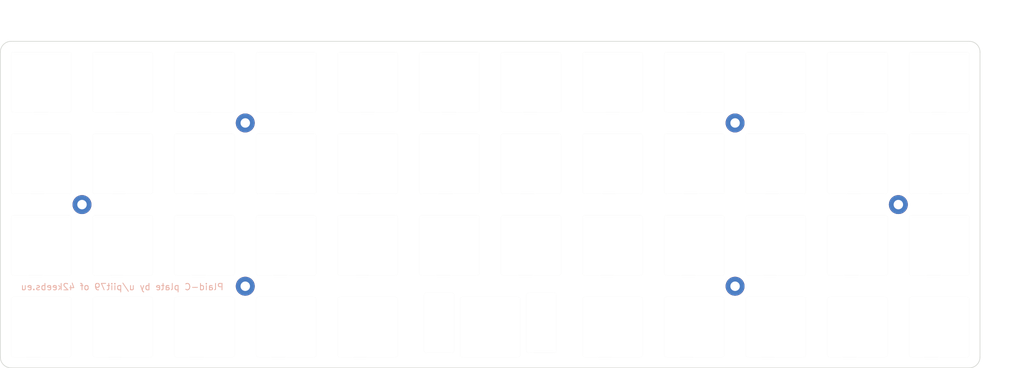
<source format=kicad_pcb>
(kicad_pcb (version 20171130) (host pcbnew 5.1.7-a382d34a8~88~ubuntu20.04.1)

  (general
    (thickness 1.6)
    (drawings 11)
    (tracks 0)
    (zones 0)
    (modules 53)
    (nets 1)
  )

  (page A4)
  (layers
    (0 F.Cu signal)
    (31 B.Cu signal)
    (32 B.Adhes user)
    (33 F.Adhes user)
    (34 B.Paste user)
    (35 F.Paste user)
    (36 B.SilkS user)
    (37 F.SilkS user)
    (38 B.Mask user)
    (39 F.Mask user)
    (40 Dwgs.User user)
    (41 Cmts.User user)
    (42 Eco1.User user)
    (43 Eco2.User user)
    (44 Edge.Cuts user)
    (45 Margin user)
    (46 B.CrtYd user)
    (47 F.CrtYd user)
    (48 B.Fab user)
    (49 F.Fab user)
  )

  (setup
    (last_trace_width 0.3)
    (user_trace_width 0.25)
    (user_trace_width 0.6)
    (trace_clearance 0.3)
    (zone_clearance 0.3)
    (zone_45_only yes)
    (trace_min 0.15)
    (via_size 1)
    (via_drill 0.6)
    (via_min_size 0.4)
    (via_min_drill 0.3)
    (user_via 1.7 1)
    (uvia_size 0.3)
    (uvia_drill 0.1)
    (uvias_allowed no)
    (uvia_min_size 0.2)
    (uvia_min_drill 0.1)
    (edge_width 0.15)
    (segment_width 0.2)
    (pcb_text_width 0.2)
    (pcb_text_size 1 1)
    (mod_edge_width 0.15)
    (mod_text_size 1 1)
    (mod_text_width 0.15)
    (pad_size 1.4 1.4)
    (pad_drill 0.7)
    (pad_to_mask_clearance 0.2)
    (solder_mask_min_width 0.2)
    (aux_axis_origin 34.125 56.76)
    (grid_origin 34.125 56.76)
    (visible_elements 7FFFFFFF)
    (pcbplotparams
      (layerselection 0x010f0_ffffffff)
      (usegerberextensions true)
      (usegerberattributes false)
      (usegerberadvancedattributes false)
      (creategerberjobfile false)
      (excludeedgelayer false)
      (linewidth 0.150000)
      (plotframeref false)
      (viasonmask false)
      (mode 1)
      (useauxorigin true)
      (hpglpennumber 1)
      (hpglpenspeed 20)
      (hpglpendiameter 15.000000)
      (psnegative false)
      (psa4output false)
      (plotreference true)
      (plotvalue true)
      (plotinvisibletext false)
      (padsonsilk false)
      (subtractmaskfromsilk true)
      (outputformat 1)
      (mirror false)
      (drillshape 0)
      (scaleselection 1)
      (outputdirectory "gerber"))
  )

  (net 0 "")

  (net_class Default "これはデフォルトのネット クラスです。"
    (clearance 0.3)
    (trace_width 0.3)
    (via_dia 1)
    (via_drill 0.6)
    (uvia_dia 0.3)
    (uvia_drill 0.1)
  )

  (net_class Power ""
    (clearance 0.3)
    (trace_width 0.4)
    (via_dia 1.2)
    (via_drill 0.8)
    (uvia_dia 0.3)
    (uvia_drill 0.1)
  )

  (module plaid_silk:MX200 (layer F.Cu) (tedit 5EF2A91C) (tstamp 5FFEA48F)
    (at 148.125 123.26 180)
    (path /5C149FBD)
    (fp_text reference SW42 (at 2.815 -7.855) (layer F.Fab)
      (effects (font (size 1 1) (thickness 0.15)))
    )
    (fp_text value SW_Push (at 0 7.874) (layer F.Fab) hide
      (effects (font (size 1 1) (thickness 0.15)))
    )
    (fp_line (start -7 -6.5) (end -7 6.5) (layer Edge.Cuts) (width 0.010007))
    (fp_line (start -6.5 7) (end 6.5 7) (layer Edge.Cuts) (width 0.010007))
    (fp_line (start -6.5 -7) (end 6.5 -7) (layer Edge.Cuts) (width 0.010007))
    (fp_line (start -19.05 -9.525) (end 19.05 -9.525) (layer Dwgs.User) (width 0.12))
    (fp_line (start 19.05 -9.525) (end 19.05 9.525) (layer Dwgs.User) (width 0.12))
    (fp_line (start 19.05 9.525) (end -19.05 9.525) (layer Dwgs.User) (width 0.12))
    (fp_line (start -19.05 9.525) (end -19.05 -9.525) (layer Dwgs.User) (width 0.12))
    (fp_line (start 8.90625 -5.999992) (end 14.90625 -5.999992) (layer Edge.Cuts) (width 0.010007))
    (fp_line (start 8.90625 8.000008) (end 14.90625 8.000008) (layer Edge.Cuts) (width 0.010007))
    (fp_line (start -14.90625 -6) (end -8.90625 -5.999992) (layer Edge.Cuts) (width 0.010007))
    (fp_line (start -14.90625 8.000008) (end -8.90625 8.000008) (layer Edge.Cuts) (width 0.010007))
    (fp_line (start -15.40625 -5.499992) (end -15.40625 7.500008) (layer Edge.Cuts) (width 0.010007))
    (fp_line (start -8.40625 -5.499992) (end -8.40625 7.5) (layer Edge.Cuts) (width 0.010007))
    (fp_line (start 8.40625 -5.499992) (end 8.40625 7.5) (layer Edge.Cuts) (width 0.010007))
    (fp_line (start 15.40625 -5.499992) (end 15.40625 7.500008) (layer Edge.Cuts) (width 0.010007))
    (fp_line (start 6.999672 -6.499992) (end 6.999672 6.500007) (layer Edge.Cuts) (width 0.010007))
    (fp_line (start 0 0) (end 0 -0.5) (layer Eco1.User) (width 0.12))
    (fp_line (start 0 0) (end 0 0.5) (layer Eco1.User) (width 0.12))
    (fp_line (start 0 0) (end -0.5 0) (layer Eco1.User) (width 0.12))
    (fp_line (start 0 0) (end 0.5 0) (layer Eco1.User) (width 0.12))
    (fp_arc (start -8.90625 7.500008) (end -8.90625 8.000008) (angle -90) (layer Edge.Cuts) (width 0.010007))
    (fp_arc (start -14.90625 7.500008) (end -15.40625 7.500008) (angle -90) (layer Edge.Cuts) (width 0.010007))
    (fp_arc (start -8.90625 -5.5) (end -8.40625 -5.5) (angle -90) (layer Edge.Cuts) (width 0.010007))
    (fp_arc (start -14.90625 -5.5) (end -14.90625 -6) (angle -90) (layer Edge.Cuts) (width 0.010007))
    (fp_arc (start 8.90625 7.500008) (end 8.40625 7.500008) (angle -90) (layer Edge.Cuts) (width 0.010007))
    (fp_arc (start 14.90625 -5.5) (end 15.40625 -5.5) (angle -90) (layer Edge.Cuts) (width 0.010007))
    (fp_arc (start 8.90625 -5.5) (end 8.90625 -6) (angle -90) (layer Edge.Cuts) (width 0.010007))
    (fp_arc (start 14.90625 7.500008) (end 14.90625 8.000008) (angle -90) (layer Edge.Cuts) (width 0.010007))
    (fp_arc (start 6.499672 6.500007) (end 6.499672 7.000007) (angle -90) (layer Edge.Cuts) (width 0.010007))
    (fp_arc (start -6.5 6.5) (end -7 6.5) (angle -90) (layer Edge.Cuts) (width 0.010007))
    (fp_arc (start -6.5 -6.5) (end -6.5 -7) (angle -90) (layer Edge.Cuts) (width 0.010007))
    (fp_arc (start 6.5 -6.5) (end 7 -6.5) (angle -90) (layer Edge.Cuts) (width 0.010007))
    (model ${ACHERONLIB}/3d_models/mx_switch.step
      (offset (xyz -7.35 -7.3 1))
      (scale (xyz 1 1 1))
      (rotate (xyz -90 0 0))
    )
  )

  (module plaid_silk:MX100 (layer F.Cu) (tedit 5EF2A8DC) (tstamp 5C0348E4)
    (at 233.625 66.26)
    (path /5C14C27A)
    (fp_text reference SW11 (at 0 -7.7) (layer F.Fab)
      (effects (font (size 1 1) (thickness 0.15)))
    )
    (fp_text value SW_Push (at 0 7.874) (layer F.Fab) hide
      (effects (font (size 1 1) (thickness 0.15)))
    )
    (fp_line (start -7 -6.5) (end -7 6.490924) (layer Edge.Cuts) (width 0.010007))
    (fp_line (start -6.5 6.990924) (end 6.5 7) (layer Edge.Cuts) (width 0.010007))
    (fp_line (start -6.5 -7) (end 6.5 -7) (layer Edge.Cuts) (width 0.010007))
    (fp_line (start 7 -6.5) (end 7 6.5) (layer Edge.Cuts) (width 0.010007))
    (fp_line (start -9.525 -9.525) (end 9.525 -9.525) (layer Dwgs.User) (width 0.12))
    (fp_line (start 9.525 -9.525) (end 9.525 9.525) (layer Dwgs.User) (width 0.12))
    (fp_line (start 9.525 9.525) (end -9.525 9.525) (layer Dwgs.User) (width 0.12))
    (fp_line (start -9.525 9.525) (end -9.525 -9.525) (layer Dwgs.User) (width 0.12))
    (fp_line (start 0 0) (end 0 -0.5) (layer Eco1.User) (width 0.12))
    (fp_line (start 0 0) (end 0 0.5) (layer Eco1.User) (width 0.12))
    (fp_line (start 0 0) (end -0.5 0) (layer Eco1.User) (width 0.12))
    (fp_line (start 0 0) (end 0.5 0) (layer Eco1.User) (width 0.12))
    (fp_arc (start -6.5 6.490924) (end -7 6.490924) (angle -90) (layer Edge.Cuts) (width 0.010007))
    (fp_arc (start -6.5 -6.5) (end -6.5 -7) (angle -90) (layer Edge.Cuts) (width 0.010007))
    (fp_arc (start 6.5 -6.5) (end 7 -6.5) (angle -90) (layer Edge.Cuts) (width 0.010007))
    (fp_arc (start 6.5 6.5) (end 6.5 7) (angle -90) (layer Edge.Cuts) (width 0.010007))
    (model ${ACHERONLIB}/3d_models/mx_switch.step
      (offset (xyz -7.35 -7.3 1))
      (scale (xyz 1 1 1))
      (rotate (xyz -90 0 0))
    )
  )

  (module plaid_silk:MX100 (layer F.Cu) (tedit 5EF2A8DC) (tstamp 5C034A04)
    (at 157.625 85.26)
    (path /5C149FE4)
    (fp_text reference SW19 (at 0 -7.7) (layer F.Fab)
      (effects (font (size 1 1) (thickness 0.15)))
    )
    (fp_text value SW_Push (at 0 7.874) (layer F.Fab) hide
      (effects (font (size 1 1) (thickness 0.15)))
    )
    (fp_line (start -7 -6.5) (end -7 6.490924) (layer Edge.Cuts) (width 0.010007))
    (fp_line (start -6.5 6.990924) (end 6.5 7) (layer Edge.Cuts) (width 0.010007))
    (fp_line (start -6.5 -7) (end 6.5 -7) (layer Edge.Cuts) (width 0.010007))
    (fp_line (start 7 -6.5) (end 7 6.5) (layer Edge.Cuts) (width 0.010007))
    (fp_line (start -9.525 -9.525) (end 9.525 -9.525) (layer Dwgs.User) (width 0.12))
    (fp_line (start 9.525 -9.525) (end 9.525 9.525) (layer Dwgs.User) (width 0.12))
    (fp_line (start 9.525 9.525) (end -9.525 9.525) (layer Dwgs.User) (width 0.12))
    (fp_line (start -9.525 9.525) (end -9.525 -9.525) (layer Dwgs.User) (width 0.12))
    (fp_line (start 0 0) (end 0 -0.5) (layer Eco1.User) (width 0.12))
    (fp_line (start 0 0) (end 0 0.5) (layer Eco1.User) (width 0.12))
    (fp_line (start 0 0) (end -0.5 0) (layer Eco1.User) (width 0.12))
    (fp_line (start 0 0) (end 0.5 0) (layer Eco1.User) (width 0.12))
    (fp_arc (start -6.5 6.490924) (end -7 6.490924) (angle -90) (layer Edge.Cuts) (width 0.010007))
    (fp_arc (start -6.5 -6.5) (end -6.5 -7) (angle -90) (layer Edge.Cuts) (width 0.010007))
    (fp_arc (start 6.5 -6.5) (end 7 -6.5) (angle -90) (layer Edge.Cuts) (width 0.010007))
    (fp_arc (start 6.5 6.5) (end 6.5 7) (angle -90) (layer Edge.Cuts) (width 0.010007))
    (model ${ACHERONLIB}/3d_models/mx_switch.step
      (offset (xyz -7.35 -7.3 1))
      (scale (xyz 1 1 1))
      (rotate (xyz -90 0 0))
    )
  )

  (module plaid_silk:MX100 (layer F.Cu) (tedit 5EF2A8DC) (tstamp 5C034878)
    (at 176.625 66.26)
    (path /5C14A015)
    (fp_text reference SW8 (at 0 -7.7) (layer F.Fab)
      (effects (font (size 1 1) (thickness 0.15)))
    )
    (fp_text value SW_Push (at 0 7.874) (layer F.Fab) hide
      (effects (font (size 1 1) (thickness 0.15)))
    )
    (fp_line (start -7 -6.5) (end -7 6.490924) (layer Edge.Cuts) (width 0.010007))
    (fp_line (start -6.5 6.990924) (end 6.5 7) (layer Edge.Cuts) (width 0.010007))
    (fp_line (start -6.5 -7) (end 6.5 -7) (layer Edge.Cuts) (width 0.010007))
    (fp_line (start 7 -6.5) (end 7 6.5) (layer Edge.Cuts) (width 0.010007))
    (fp_line (start -9.525 -9.525) (end 9.525 -9.525) (layer Dwgs.User) (width 0.12))
    (fp_line (start 9.525 -9.525) (end 9.525 9.525) (layer Dwgs.User) (width 0.12))
    (fp_line (start 9.525 9.525) (end -9.525 9.525) (layer Dwgs.User) (width 0.12))
    (fp_line (start -9.525 9.525) (end -9.525 -9.525) (layer Dwgs.User) (width 0.12))
    (fp_line (start 0 0) (end 0 -0.5) (layer Eco1.User) (width 0.12))
    (fp_line (start 0 0) (end 0 0.5) (layer Eco1.User) (width 0.12))
    (fp_line (start 0 0) (end -0.5 0) (layer Eco1.User) (width 0.12))
    (fp_line (start 0 0) (end 0.5 0) (layer Eco1.User) (width 0.12))
    (fp_arc (start -6.5 6.490924) (end -7 6.490924) (angle -90) (layer Edge.Cuts) (width 0.010007))
    (fp_arc (start -6.5 -6.5) (end -6.5 -7) (angle -90) (layer Edge.Cuts) (width 0.010007))
    (fp_arc (start 6.5 -6.5) (end 7 -6.5) (angle -90) (layer Edge.Cuts) (width 0.010007))
    (fp_arc (start 6.5 6.5) (end 6.5 7) (angle -90) (layer Edge.Cuts) (width 0.010007))
    (model ${ACHERONLIB}/3d_models/mx_switch.step
      (offset (xyz -7.35 -7.3 1))
      (scale (xyz 1 1 1))
      (rotate (xyz -90 0 0))
    )
  )

  (module plaid_silk:MX100 (layer F.Cu) (tedit 5EF2A8DC) (tstamp 5C03489C)
    (at 195.625 66.26)
    (path /5C14C1F8)
    (fp_text reference SW9 (at 0 -7.7) (layer F.Fab)
      (effects (font (size 1 1) (thickness 0.15)))
    )
    (fp_text value SW_Push (at 0 7.874) (layer F.Fab) hide
      (effects (font (size 1 1) (thickness 0.15)))
    )
    (fp_line (start -7 -6.5) (end -7 6.490924) (layer Edge.Cuts) (width 0.010007))
    (fp_line (start -6.5 6.990924) (end 6.5 7) (layer Edge.Cuts) (width 0.010007))
    (fp_line (start -6.5 -7) (end 6.5 -7) (layer Edge.Cuts) (width 0.010007))
    (fp_line (start 7 -6.5) (end 7 6.5) (layer Edge.Cuts) (width 0.010007))
    (fp_line (start -9.525 -9.525) (end 9.525 -9.525) (layer Dwgs.User) (width 0.12))
    (fp_line (start 9.525 -9.525) (end 9.525 9.525) (layer Dwgs.User) (width 0.12))
    (fp_line (start 9.525 9.525) (end -9.525 9.525) (layer Dwgs.User) (width 0.12))
    (fp_line (start -9.525 9.525) (end -9.525 -9.525) (layer Dwgs.User) (width 0.12))
    (fp_line (start 0 0) (end 0 -0.5) (layer Eco1.User) (width 0.12))
    (fp_line (start 0 0) (end 0 0.5) (layer Eco1.User) (width 0.12))
    (fp_line (start 0 0) (end -0.5 0) (layer Eco1.User) (width 0.12))
    (fp_line (start 0 0) (end 0.5 0) (layer Eco1.User) (width 0.12))
    (fp_arc (start -6.5 6.490924) (end -7 6.490924) (angle -90) (layer Edge.Cuts) (width 0.010007))
    (fp_arc (start -6.5 -6.5) (end -6.5 -7) (angle -90) (layer Edge.Cuts) (width 0.010007))
    (fp_arc (start 6.5 -6.5) (end 7 -6.5) (angle -90) (layer Edge.Cuts) (width 0.010007))
    (fp_arc (start 6.5 6.5) (end 6.5 7) (angle -90) (layer Edge.Cuts) (width 0.010007))
    (model ${ACHERONLIB}/3d_models/mx_switch.step
      (offset (xyz -7.35 -7.3 1))
      (scale (xyz 1 1 1))
      (rotate (xyz -90 0 0))
    )
  )

  (module plaid_silk:MX100 (layer F.Cu) (tedit 5EF2A8DC) (tstamp 5C034854)
    (at 157.625 66.26)
    (path /5C149FD6)
    (fp_text reference SW7 (at 0 -7.7) (layer F.Fab)
      (effects (font (size 1 1) (thickness 0.15)))
    )
    (fp_text value SW_Push (at 0 7.874) (layer F.Fab) hide
      (effects (font (size 1 1) (thickness 0.15)))
    )
    (fp_line (start -7 -6.5) (end -7 6.490924) (layer Edge.Cuts) (width 0.010007))
    (fp_line (start -6.5 6.990924) (end 6.5 7) (layer Edge.Cuts) (width 0.010007))
    (fp_line (start -6.5 -7) (end 6.5 -7) (layer Edge.Cuts) (width 0.010007))
    (fp_line (start 7 -6.5) (end 7 6.5) (layer Edge.Cuts) (width 0.010007))
    (fp_line (start -9.525 -9.525) (end 9.525 -9.525) (layer Dwgs.User) (width 0.12))
    (fp_line (start 9.525 -9.525) (end 9.525 9.525) (layer Dwgs.User) (width 0.12))
    (fp_line (start 9.525 9.525) (end -9.525 9.525) (layer Dwgs.User) (width 0.12))
    (fp_line (start -9.525 9.525) (end -9.525 -9.525) (layer Dwgs.User) (width 0.12))
    (fp_line (start 0 0) (end 0 -0.5) (layer Eco1.User) (width 0.12))
    (fp_line (start 0 0) (end 0 0.5) (layer Eco1.User) (width 0.12))
    (fp_line (start 0 0) (end -0.5 0) (layer Eco1.User) (width 0.12))
    (fp_line (start 0 0) (end 0.5 0) (layer Eco1.User) (width 0.12))
    (fp_arc (start -6.5 6.490924) (end -7 6.490924) (angle -90) (layer Edge.Cuts) (width 0.010007))
    (fp_arc (start -6.5 -6.5) (end -6.5 -7) (angle -90) (layer Edge.Cuts) (width 0.010007))
    (fp_arc (start 6.5 -6.5) (end 7 -6.5) (angle -90) (layer Edge.Cuts) (width 0.010007))
    (fp_arc (start 6.5 6.5) (end 6.5 7) (angle -90) (layer Edge.Cuts) (width 0.010007))
    (model ${ACHERONLIB}/3d_models/mx_switch.step
      (offset (xyz -7.35 -7.3 1))
      (scale (xyz 1 1 1))
      (rotate (xyz -90 0 0))
    )
  )

  (module plaid_silk:MX100 locked (layer F.Cu) (tedit 5EF2A8DC) (tstamp 5C0347A0)
    (at 62.625 66.26)
    (path /5C149111)
    (fp_text reference SW2 (at 0 -7.7) (layer F.Fab)
      (effects (font (size 1 1) (thickness 0.15)))
    )
    (fp_text value SW_Push (at 0 7.874) (layer F.Fab) hide
      (effects (font (size 1 1) (thickness 0.15)))
    )
    (fp_line (start -7 -6.5) (end -7 6.490924) (layer Edge.Cuts) (width 0.010007))
    (fp_line (start -6.5 6.990924) (end 6.5 7) (layer Edge.Cuts) (width 0.010007))
    (fp_line (start -6.5 -7) (end 6.5 -7) (layer Edge.Cuts) (width 0.010007))
    (fp_line (start 7 -6.5) (end 7 6.5) (layer Edge.Cuts) (width 0.010007))
    (fp_line (start -9.525 -9.525) (end 9.525 -9.525) (layer Dwgs.User) (width 0.12))
    (fp_line (start 9.525 -9.525) (end 9.525 9.525) (layer Dwgs.User) (width 0.12))
    (fp_line (start 9.525 9.525) (end -9.525 9.525) (layer Dwgs.User) (width 0.12))
    (fp_line (start -9.525 9.525) (end -9.525 -9.525) (layer Dwgs.User) (width 0.12))
    (fp_line (start 0 0) (end 0 -0.5) (layer Eco1.User) (width 0.12))
    (fp_line (start 0 0) (end 0 0.5) (layer Eco1.User) (width 0.12))
    (fp_line (start 0 0) (end -0.5 0) (layer Eco1.User) (width 0.12))
    (fp_line (start 0 0) (end 0.5 0) (layer Eco1.User) (width 0.12))
    (fp_arc (start -6.5 6.490924) (end -7 6.490924) (angle -90) (layer Edge.Cuts) (width 0.010007))
    (fp_arc (start -6.5 -6.5) (end -6.5 -7) (angle -90) (layer Edge.Cuts) (width 0.010007))
    (fp_arc (start 6.5 -6.5) (end 7 -6.5) (angle -90) (layer Edge.Cuts) (width 0.010007))
    (fp_arc (start 6.5 6.5) (end 6.5 7) (angle -90) (layer Edge.Cuts) (width 0.010007))
    (model ${ACHERONLIB}/3d_models/mx_switch.step
      (offset (xyz -7.35 -7.3 1))
      (scale (xyz 1 1 1))
      (rotate (xyz -90 0 0))
    )
  )

  (module plaid_silk:MX100 (layer F.Cu) (tedit 5EF2A8DC) (tstamp 5C034CF8)
    (at 100.625 123.26)
    (path /5C1494F3)
    (fp_text reference SW40 (at 0 -7.7) (layer F.Fab)
      (effects (font (size 1 1) (thickness 0.15)))
    )
    (fp_text value SW_Push (at 0 7.874) (layer F.Fab) hide
      (effects (font (size 1 1) (thickness 0.15)))
    )
    (fp_line (start -7 -6.5) (end -7 6.490924) (layer Edge.Cuts) (width 0.010007))
    (fp_line (start -6.5 6.990924) (end 6.5 7) (layer Edge.Cuts) (width 0.010007))
    (fp_line (start -6.5 -7) (end 6.5 -7) (layer Edge.Cuts) (width 0.010007))
    (fp_line (start 7 -6.5) (end 7 6.5) (layer Edge.Cuts) (width 0.010007))
    (fp_line (start -9.525 -9.525) (end 9.525 -9.525) (layer Dwgs.User) (width 0.12))
    (fp_line (start 9.525 -9.525) (end 9.525 9.525) (layer Dwgs.User) (width 0.12))
    (fp_line (start 9.525 9.525) (end -9.525 9.525) (layer Dwgs.User) (width 0.12))
    (fp_line (start -9.525 9.525) (end -9.525 -9.525) (layer Dwgs.User) (width 0.12))
    (fp_line (start 0 0) (end 0 -0.5) (layer Eco1.User) (width 0.12))
    (fp_line (start 0 0) (end 0 0.5) (layer Eco1.User) (width 0.12))
    (fp_line (start 0 0) (end -0.5 0) (layer Eco1.User) (width 0.12))
    (fp_line (start 0 0) (end 0.5 0) (layer Eco1.User) (width 0.12))
    (fp_arc (start -6.5 6.490924) (end -7 6.490924) (angle -90) (layer Edge.Cuts) (width 0.010007))
    (fp_arc (start -6.5 -6.5) (end -6.5 -7) (angle -90) (layer Edge.Cuts) (width 0.010007))
    (fp_arc (start 6.5 -6.5) (end 7 -6.5) (angle -90) (layer Edge.Cuts) (width 0.010007))
    (fp_arc (start 6.5 6.5) (end 6.5 7) (angle -90) (layer Edge.Cuts) (width 0.010007))
    (model ${ACHERONLIB}/3d_models/mx_switch.step
      (offset (xyz -7.35 -7.3 1))
      (scale (xyz 1 1 1))
      (rotate (xyz -90 0 0))
    )
  )

  (module plaid_silk:MX100 (layer F.Cu) (tedit 5EF2A8DC) (tstamp 5C034B48)
    (at 100.625 104.26)
    (path /5C1494E5)
    (fp_text reference SW28 (at 0 -7.7) (layer F.Fab)
      (effects (font (size 1 1) (thickness 0.15)))
    )
    (fp_text value SW_Push (at 0 7.874) (layer F.Fab) hide
      (effects (font (size 1 1) (thickness 0.15)))
    )
    (fp_line (start -7 -6.5) (end -7 6.490924) (layer Edge.Cuts) (width 0.010007))
    (fp_line (start -6.5 6.990924) (end 6.5 7) (layer Edge.Cuts) (width 0.010007))
    (fp_line (start -6.5 -7) (end 6.5 -7) (layer Edge.Cuts) (width 0.010007))
    (fp_line (start 7 -6.5) (end 7 6.5) (layer Edge.Cuts) (width 0.010007))
    (fp_line (start -9.525 -9.525) (end 9.525 -9.525) (layer Dwgs.User) (width 0.12))
    (fp_line (start 9.525 -9.525) (end 9.525 9.525) (layer Dwgs.User) (width 0.12))
    (fp_line (start 9.525 9.525) (end -9.525 9.525) (layer Dwgs.User) (width 0.12))
    (fp_line (start -9.525 9.525) (end -9.525 -9.525) (layer Dwgs.User) (width 0.12))
    (fp_line (start 0 0) (end 0 -0.5) (layer Eco1.User) (width 0.12))
    (fp_line (start 0 0) (end 0 0.5) (layer Eco1.User) (width 0.12))
    (fp_line (start 0 0) (end -0.5 0) (layer Eco1.User) (width 0.12))
    (fp_line (start 0 0) (end 0.5 0) (layer Eco1.User) (width 0.12))
    (fp_arc (start -6.5 6.490924) (end -7 6.490924) (angle -90) (layer Edge.Cuts) (width 0.010007))
    (fp_arc (start -6.5 -6.5) (end -6.5 -7) (angle -90) (layer Edge.Cuts) (width 0.010007))
    (fp_arc (start 6.5 -6.5) (end 7 -6.5) (angle -90) (layer Edge.Cuts) (width 0.010007))
    (fp_arc (start 6.5 6.5) (end 6.5 7) (angle -90) (layer Edge.Cuts) (width 0.010007))
    (model ${ACHERONLIB}/3d_models/mx_switch.step
      (offset (xyz -7.35 -7.3 1))
      (scale (xyz 1 1 1))
      (rotate (xyz -90 0 0))
    )
  )

  (module plaid_silk:MX100 (layer F.Cu) (tedit 5EF2A8DC) (tstamp 5C0347C4)
    (at 81.625 66.26)
    (path /5C14948A)
    (fp_text reference SW3 (at 0 -7.7) (layer F.Fab)
      (effects (font (size 1 1) (thickness 0.15)))
    )
    (fp_text value SW_Push (at 0 7.874) (layer F.Fab) hide
      (effects (font (size 1 1) (thickness 0.15)))
    )
    (fp_line (start -7 -6.5) (end -7 6.490924) (layer Edge.Cuts) (width 0.010007))
    (fp_line (start -6.5 6.990924) (end 6.5 7) (layer Edge.Cuts) (width 0.010007))
    (fp_line (start -6.5 -7) (end 6.5 -7) (layer Edge.Cuts) (width 0.010007))
    (fp_line (start 7 -6.5) (end 7 6.5) (layer Edge.Cuts) (width 0.010007))
    (fp_line (start -9.525 -9.525) (end 9.525 -9.525) (layer Dwgs.User) (width 0.12))
    (fp_line (start 9.525 -9.525) (end 9.525 9.525) (layer Dwgs.User) (width 0.12))
    (fp_line (start 9.525 9.525) (end -9.525 9.525) (layer Dwgs.User) (width 0.12))
    (fp_line (start -9.525 9.525) (end -9.525 -9.525) (layer Dwgs.User) (width 0.12))
    (fp_line (start 0 0) (end 0 -0.5) (layer Eco1.User) (width 0.12))
    (fp_line (start 0 0) (end 0 0.5) (layer Eco1.User) (width 0.12))
    (fp_line (start 0 0) (end -0.5 0) (layer Eco1.User) (width 0.12))
    (fp_line (start 0 0) (end 0.5 0) (layer Eco1.User) (width 0.12))
    (fp_arc (start -6.5 6.490924) (end -7 6.490924) (angle -90) (layer Edge.Cuts) (width 0.010007))
    (fp_arc (start -6.5 -6.5) (end -6.5 -7) (angle -90) (layer Edge.Cuts) (width 0.010007))
    (fp_arc (start 6.5 -6.5) (end 7 -6.5) (angle -90) (layer Edge.Cuts) (width 0.010007))
    (fp_arc (start 6.5 6.5) (end 6.5 7) (angle -90) (layer Edge.Cuts) (width 0.010007))
    (model ${ACHERONLIB}/3d_models/mx_switch.step
      (offset (xyz -7.35 -7.3 1))
      (scale (xyz 1 1 1))
      (rotate (xyz -90 0 0))
    )
  )

  (module plaid_silk:MX100 (layer F.Cu) (tedit 5EF2A8DC) (tstamp 5C0347E8)
    (at 100.625 66.26)
    (path /5C1494C9)
    (fp_text reference SW4 (at 0 -7.7) (layer F.Fab)
      (effects (font (size 1 1) (thickness 0.15)))
    )
    (fp_text value SW_Push (at 0 7.874) (layer F.Fab) hide
      (effects (font (size 1 1) (thickness 0.15)))
    )
    (fp_line (start -7 -6.5) (end -7 6.490924) (layer Edge.Cuts) (width 0.010007))
    (fp_line (start -6.5 6.990924) (end 6.5 7) (layer Edge.Cuts) (width 0.010007))
    (fp_line (start -6.5 -7) (end 6.5 -7) (layer Edge.Cuts) (width 0.010007))
    (fp_line (start 7 -6.5) (end 7 6.5) (layer Edge.Cuts) (width 0.010007))
    (fp_line (start -9.525 -9.525) (end 9.525 -9.525) (layer Dwgs.User) (width 0.12))
    (fp_line (start 9.525 -9.525) (end 9.525 9.525) (layer Dwgs.User) (width 0.12))
    (fp_line (start 9.525 9.525) (end -9.525 9.525) (layer Dwgs.User) (width 0.12))
    (fp_line (start -9.525 9.525) (end -9.525 -9.525) (layer Dwgs.User) (width 0.12))
    (fp_line (start 0 0) (end 0 -0.5) (layer Eco1.User) (width 0.12))
    (fp_line (start 0 0) (end 0 0.5) (layer Eco1.User) (width 0.12))
    (fp_line (start 0 0) (end -0.5 0) (layer Eco1.User) (width 0.12))
    (fp_line (start 0 0) (end 0.5 0) (layer Eco1.User) (width 0.12))
    (fp_arc (start -6.5 6.490924) (end -7 6.490924) (angle -90) (layer Edge.Cuts) (width 0.010007))
    (fp_arc (start -6.5 -6.5) (end -6.5 -7) (angle -90) (layer Edge.Cuts) (width 0.010007))
    (fp_arc (start 6.5 -6.5) (end 7 -6.5) (angle -90) (layer Edge.Cuts) (width 0.010007))
    (fp_arc (start 6.5 6.5) (end 6.5 7) (angle -90) (layer Edge.Cuts) (width 0.010007))
    (model ${ACHERONLIB}/3d_models/mx_switch.step
      (offset (xyz -7.35 -7.3 1))
      (scale (xyz 1 1 1))
      (rotate (xyz -90 0 0))
    )
  )

  (module plaid_silk:MX100 (layer F.Cu) (tedit 5EF2A8DC) (tstamp 5C03480C)
    (at 119.625 66.26)
    (path /5C149F54)
    (fp_text reference SW5 (at 0 -7.7) (layer F.Fab)
      (effects (font (size 1 1) (thickness 0.15)))
    )
    (fp_text value SW_Push (at 0 7.874) (layer F.Fab) hide
      (effects (font (size 1 1) (thickness 0.15)))
    )
    (fp_line (start -7 -6.5) (end -7 6.490924) (layer Edge.Cuts) (width 0.010007))
    (fp_line (start -6.5 6.990924) (end 6.5 7) (layer Edge.Cuts) (width 0.010007))
    (fp_line (start -6.5 -7) (end 6.5 -7) (layer Edge.Cuts) (width 0.010007))
    (fp_line (start 7 -6.5) (end 7 6.5) (layer Edge.Cuts) (width 0.010007))
    (fp_line (start -9.525 -9.525) (end 9.525 -9.525) (layer Dwgs.User) (width 0.12))
    (fp_line (start 9.525 -9.525) (end 9.525 9.525) (layer Dwgs.User) (width 0.12))
    (fp_line (start 9.525 9.525) (end -9.525 9.525) (layer Dwgs.User) (width 0.12))
    (fp_line (start -9.525 9.525) (end -9.525 -9.525) (layer Dwgs.User) (width 0.12))
    (fp_line (start 0 0) (end 0 -0.5) (layer Eco1.User) (width 0.12))
    (fp_line (start 0 0) (end 0 0.5) (layer Eco1.User) (width 0.12))
    (fp_line (start 0 0) (end -0.5 0) (layer Eco1.User) (width 0.12))
    (fp_line (start 0 0) (end 0.5 0) (layer Eco1.User) (width 0.12))
    (fp_arc (start -6.5 6.490924) (end -7 6.490924) (angle -90) (layer Edge.Cuts) (width 0.010007))
    (fp_arc (start -6.5 -6.5) (end -6.5 -7) (angle -90) (layer Edge.Cuts) (width 0.010007))
    (fp_arc (start 6.5 -6.5) (end 7 -6.5) (angle -90) (layer Edge.Cuts) (width 0.010007))
    (fp_arc (start 6.5 6.5) (end 6.5 7) (angle -90) (layer Edge.Cuts) (width 0.010007))
    (model ${ACHERONLIB}/3d_models/mx_switch.step
      (offset (xyz -7.35 -7.3 1))
      (scale (xyz 1 1 1))
      (rotate (xyz -90 0 0))
    )
  )

  (module plaid_silk:MX100 (layer F.Cu) (tedit 5EF2A8DC) (tstamp 5C034830)
    (at 138.625 66.26)
    (path /5C149F93)
    (fp_text reference SW6 (at 0 -7.7) (layer F.Fab)
      (effects (font (size 1 1) (thickness 0.15)))
    )
    (fp_text value SW_Push (at 0 7.874) (layer F.Fab) hide
      (effects (font (size 1 1) (thickness 0.15)))
    )
    (fp_line (start -7 -6.5) (end -7 6.490924) (layer Edge.Cuts) (width 0.010007))
    (fp_line (start -6.5 6.990924) (end 6.5 7) (layer Edge.Cuts) (width 0.010007))
    (fp_line (start -6.5 -7) (end 6.5 -7) (layer Edge.Cuts) (width 0.010007))
    (fp_line (start 7 -6.5) (end 7 6.5) (layer Edge.Cuts) (width 0.010007))
    (fp_line (start -9.525 -9.525) (end 9.525 -9.525) (layer Dwgs.User) (width 0.12))
    (fp_line (start 9.525 -9.525) (end 9.525 9.525) (layer Dwgs.User) (width 0.12))
    (fp_line (start 9.525 9.525) (end -9.525 9.525) (layer Dwgs.User) (width 0.12))
    (fp_line (start -9.525 9.525) (end -9.525 -9.525) (layer Dwgs.User) (width 0.12))
    (fp_line (start 0 0) (end 0 -0.5) (layer Eco1.User) (width 0.12))
    (fp_line (start 0 0) (end 0 0.5) (layer Eco1.User) (width 0.12))
    (fp_line (start 0 0) (end -0.5 0) (layer Eco1.User) (width 0.12))
    (fp_line (start 0 0) (end 0.5 0) (layer Eco1.User) (width 0.12))
    (fp_arc (start -6.5 6.490924) (end -7 6.490924) (angle -90) (layer Edge.Cuts) (width 0.010007))
    (fp_arc (start -6.5 -6.5) (end -6.5 -7) (angle -90) (layer Edge.Cuts) (width 0.010007))
    (fp_arc (start 6.5 -6.5) (end 7 -6.5) (angle -90) (layer Edge.Cuts) (width 0.010007))
    (fp_arc (start 6.5 6.5) (end 6.5 7) (angle -90) (layer Edge.Cuts) (width 0.010007))
    (model ${ACHERONLIB}/3d_models/mx_switch.step
      (offset (xyz -7.35 -7.3 1))
      (scale (xyz 1 1 1))
      (rotate (xyz -90 0 0))
    )
  )

  (module plaid_silk:MX100 (layer F.Cu) (tedit 5EF2A8DC) (tstamp 5C0348C0)
    (at 214.625 66.26)
    (path /5C14C237)
    (fp_text reference SW10 (at 0 -7.7) (layer F.Fab)
      (effects (font (size 1 1) (thickness 0.15)))
    )
    (fp_text value SW_Push (at 0 7.874) (layer F.Fab) hide
      (effects (font (size 1 1) (thickness 0.15)))
    )
    (fp_line (start -7 -6.5) (end -7 6.490924) (layer Edge.Cuts) (width 0.010007))
    (fp_line (start -6.5 6.990924) (end 6.5 7) (layer Edge.Cuts) (width 0.010007))
    (fp_line (start -6.5 -7) (end 6.5 -7) (layer Edge.Cuts) (width 0.010007))
    (fp_line (start 7 -6.5) (end 7 6.5) (layer Edge.Cuts) (width 0.010007))
    (fp_line (start -9.525 -9.525) (end 9.525 -9.525) (layer Dwgs.User) (width 0.12))
    (fp_line (start 9.525 -9.525) (end 9.525 9.525) (layer Dwgs.User) (width 0.12))
    (fp_line (start 9.525 9.525) (end -9.525 9.525) (layer Dwgs.User) (width 0.12))
    (fp_line (start -9.525 9.525) (end -9.525 -9.525) (layer Dwgs.User) (width 0.12))
    (fp_line (start 0 0) (end 0 -0.5) (layer Eco1.User) (width 0.12))
    (fp_line (start 0 0) (end 0 0.5) (layer Eco1.User) (width 0.12))
    (fp_line (start 0 0) (end -0.5 0) (layer Eco1.User) (width 0.12))
    (fp_line (start 0 0) (end 0.5 0) (layer Eco1.User) (width 0.12))
    (fp_arc (start -6.5 6.490924) (end -7 6.490924) (angle -90) (layer Edge.Cuts) (width 0.010007))
    (fp_arc (start -6.5 -6.5) (end -6.5 -7) (angle -90) (layer Edge.Cuts) (width 0.010007))
    (fp_arc (start 6.5 -6.5) (end 7 -6.5) (angle -90) (layer Edge.Cuts) (width 0.010007))
    (fp_arc (start 6.5 6.5) (end 6.5 7) (angle -90) (layer Edge.Cuts) (width 0.010007))
    (model ${ACHERONLIB}/3d_models/mx_switch.step
      (offset (xyz -7.35 -7.3 1))
      (scale (xyz 1 1 1))
      (rotate (xyz -90 0 0))
    )
  )

  (module plaid_silk:MX100 (layer F.Cu) (tedit 5EF2A8DC) (tstamp 5C034908)
    (at 252.625 66.26)
    (path /5C14C2B9)
    (fp_text reference SW12 (at 0 -7.7) (layer F.Fab)
      (effects (font (size 1 1) (thickness 0.15)))
    )
    (fp_text value SW_Push (at 0 7.874) (layer F.Fab) hide
      (effects (font (size 1 1) (thickness 0.15)))
    )
    (fp_line (start -7 -6.5) (end -7 6.490924) (layer Edge.Cuts) (width 0.010007))
    (fp_line (start -6.5 6.990924) (end 6.5 7) (layer Edge.Cuts) (width 0.010007))
    (fp_line (start -6.5 -7) (end 6.5 -7) (layer Edge.Cuts) (width 0.010007))
    (fp_line (start 7 -6.5) (end 7 6.5) (layer Edge.Cuts) (width 0.010007))
    (fp_line (start -9.525 -9.525) (end 9.525 -9.525) (layer Dwgs.User) (width 0.12))
    (fp_line (start 9.525 -9.525) (end 9.525 9.525) (layer Dwgs.User) (width 0.12))
    (fp_line (start 9.525 9.525) (end -9.525 9.525) (layer Dwgs.User) (width 0.12))
    (fp_line (start -9.525 9.525) (end -9.525 -9.525) (layer Dwgs.User) (width 0.12))
    (fp_line (start 0 0) (end 0 -0.5) (layer Eco1.User) (width 0.12))
    (fp_line (start 0 0) (end 0 0.5) (layer Eco1.User) (width 0.12))
    (fp_line (start 0 0) (end -0.5 0) (layer Eco1.User) (width 0.12))
    (fp_line (start 0 0) (end 0.5 0) (layer Eco1.User) (width 0.12))
    (fp_arc (start -6.5 6.490924) (end -7 6.490924) (angle -90) (layer Edge.Cuts) (width 0.010007))
    (fp_arc (start -6.5 -6.5) (end -6.5 -7) (angle -90) (layer Edge.Cuts) (width 0.010007))
    (fp_arc (start 6.5 -6.5) (end 7 -6.5) (angle -90) (layer Edge.Cuts) (width 0.010007))
    (fp_arc (start 6.5 6.5) (end 6.5 7) (angle -90) (layer Edge.Cuts) (width 0.010007))
    (model ${ACHERONLIB}/3d_models/mx_switch.step
      (offset (xyz -7.35 -7.3 1))
      (scale (xyz 1 1 1))
      (rotate (xyz -90 0 0))
    )
  )

  (module plaid_silk:MX100 (layer F.Cu) (tedit 5EF2A8DC) (tstamp 5C03492C)
    (at 43.625 85.26)
    (path /5C09DA38)
    (fp_text reference SW13 (at 0 -7.7) (layer F.Fab)
      (effects (font (size 1 1) (thickness 0.15)))
    )
    (fp_text value SW_Push (at 0 7.874) (layer F.Fab) hide
      (effects (font (size 1 1) (thickness 0.15)))
    )
    (fp_line (start -7 -6.5) (end -7 6.490924) (layer Edge.Cuts) (width 0.010007))
    (fp_line (start -6.5 6.990924) (end 6.5 7) (layer Edge.Cuts) (width 0.010007))
    (fp_line (start -6.5 -7) (end 6.5 -7) (layer Edge.Cuts) (width 0.010007))
    (fp_line (start 7 -6.5) (end 7 6.5) (layer Edge.Cuts) (width 0.010007))
    (fp_line (start -9.525 -9.525) (end 9.525 -9.525) (layer Dwgs.User) (width 0.12))
    (fp_line (start 9.525 -9.525) (end 9.525 9.525) (layer Dwgs.User) (width 0.12))
    (fp_line (start 9.525 9.525) (end -9.525 9.525) (layer Dwgs.User) (width 0.12))
    (fp_line (start -9.525 9.525) (end -9.525 -9.525) (layer Dwgs.User) (width 0.12))
    (fp_line (start 0 0) (end 0 -0.5) (layer Eco1.User) (width 0.12))
    (fp_line (start 0 0) (end 0 0.5) (layer Eco1.User) (width 0.12))
    (fp_line (start 0 0) (end -0.5 0) (layer Eco1.User) (width 0.12))
    (fp_line (start 0 0) (end 0.5 0) (layer Eco1.User) (width 0.12))
    (fp_arc (start -6.5 6.490924) (end -7 6.490924) (angle -90) (layer Edge.Cuts) (width 0.010007))
    (fp_arc (start -6.5 -6.5) (end -6.5 -7) (angle -90) (layer Edge.Cuts) (width 0.010007))
    (fp_arc (start 6.5 -6.5) (end 7 -6.5) (angle -90) (layer Edge.Cuts) (width 0.010007))
    (fp_arc (start 6.5 6.5) (end 6.5 7) (angle -90) (layer Edge.Cuts) (width 0.010007))
    (model ${ACHERONLIB}/3d_models/mx_switch.step
      (offset (xyz -7.35 -7.3 1))
      (scale (xyz 1 1 1))
      (rotate (xyz -90 0 0))
    )
  )

  (module plaid_silk:MX100 (layer F.Cu) (tedit 5EF2A8DC) (tstamp 5C034950)
    (at 62.625 85.26)
    (path /5C14911F)
    (fp_text reference SW14 (at 0 -7.7) (layer F.Fab)
      (effects (font (size 1 1) (thickness 0.15)))
    )
    (fp_text value SW_Push (at 0 7.874) (layer F.Fab) hide
      (effects (font (size 1 1) (thickness 0.15)))
    )
    (fp_line (start -7 -6.5) (end -7 6.490924) (layer Edge.Cuts) (width 0.010007))
    (fp_line (start -6.5 6.990924) (end 6.5 7) (layer Edge.Cuts) (width 0.010007))
    (fp_line (start -6.5 -7) (end 6.5 -7) (layer Edge.Cuts) (width 0.010007))
    (fp_line (start 7 -6.5) (end 7 6.5) (layer Edge.Cuts) (width 0.010007))
    (fp_line (start -9.525 -9.525) (end 9.525 -9.525) (layer Dwgs.User) (width 0.12))
    (fp_line (start 9.525 -9.525) (end 9.525 9.525) (layer Dwgs.User) (width 0.12))
    (fp_line (start 9.525 9.525) (end -9.525 9.525) (layer Dwgs.User) (width 0.12))
    (fp_line (start -9.525 9.525) (end -9.525 -9.525) (layer Dwgs.User) (width 0.12))
    (fp_line (start 0 0) (end 0 -0.5) (layer Eco1.User) (width 0.12))
    (fp_line (start 0 0) (end 0 0.5) (layer Eco1.User) (width 0.12))
    (fp_line (start 0 0) (end -0.5 0) (layer Eco1.User) (width 0.12))
    (fp_line (start 0 0) (end 0.5 0) (layer Eco1.User) (width 0.12))
    (fp_arc (start -6.5 6.490924) (end -7 6.490924) (angle -90) (layer Edge.Cuts) (width 0.010007))
    (fp_arc (start -6.5 -6.5) (end -6.5 -7) (angle -90) (layer Edge.Cuts) (width 0.010007))
    (fp_arc (start 6.5 -6.5) (end 7 -6.5) (angle -90) (layer Edge.Cuts) (width 0.010007))
    (fp_arc (start 6.5 6.5) (end 6.5 7) (angle -90) (layer Edge.Cuts) (width 0.010007))
    (model ${ACHERONLIB}/3d_models/mx_switch.step
      (offset (xyz -7.35 -7.3 1))
      (scale (xyz 1 1 1))
      (rotate (xyz -90 0 0))
    )
  )

  (module plaid_silk:MX100 (layer F.Cu) (tedit 5EF2A8DC) (tstamp 5C034974)
    (at 81.625 85.26)
    (path /5C149498)
    (fp_text reference SW15 (at 0 -7.7) (layer F.Fab)
      (effects (font (size 1 1) (thickness 0.15)))
    )
    (fp_text value SW_Push (at 0 7.874) (layer F.Fab) hide
      (effects (font (size 1 1) (thickness 0.15)))
    )
    (fp_line (start -7 -6.5) (end -7 6.490924) (layer Edge.Cuts) (width 0.010007))
    (fp_line (start -6.5 6.990924) (end 6.5 7) (layer Edge.Cuts) (width 0.010007))
    (fp_line (start -6.5 -7) (end 6.5 -7) (layer Edge.Cuts) (width 0.010007))
    (fp_line (start 7 -6.5) (end 7 6.5) (layer Edge.Cuts) (width 0.010007))
    (fp_line (start -9.525 -9.525) (end 9.525 -9.525) (layer Dwgs.User) (width 0.12))
    (fp_line (start 9.525 -9.525) (end 9.525 9.525) (layer Dwgs.User) (width 0.12))
    (fp_line (start 9.525 9.525) (end -9.525 9.525) (layer Dwgs.User) (width 0.12))
    (fp_line (start -9.525 9.525) (end -9.525 -9.525) (layer Dwgs.User) (width 0.12))
    (fp_line (start 0 0) (end 0 -0.5) (layer Eco1.User) (width 0.12))
    (fp_line (start 0 0) (end 0 0.5) (layer Eco1.User) (width 0.12))
    (fp_line (start 0 0) (end -0.5 0) (layer Eco1.User) (width 0.12))
    (fp_line (start 0 0) (end 0.5 0) (layer Eco1.User) (width 0.12))
    (fp_arc (start -6.5 6.490924) (end -7 6.490924) (angle -90) (layer Edge.Cuts) (width 0.010007))
    (fp_arc (start -6.5 -6.5) (end -6.5 -7) (angle -90) (layer Edge.Cuts) (width 0.010007))
    (fp_arc (start 6.5 -6.5) (end 7 -6.5) (angle -90) (layer Edge.Cuts) (width 0.010007))
    (fp_arc (start 6.5 6.5) (end 6.5 7) (angle -90) (layer Edge.Cuts) (width 0.010007))
    (model ${ACHERONLIB}/3d_models/mx_switch.step
      (offset (xyz -7.35 -7.3 1))
      (scale (xyz 1 1 1))
      (rotate (xyz -90 0 0))
    )
  )

  (module plaid_silk:MX100 (layer F.Cu) (tedit 5EF2A8DC) (tstamp 5C034998)
    (at 100.625 85.26)
    (path /5C1494D7)
    (fp_text reference SW16 (at 0 -7.7) (layer F.Fab)
      (effects (font (size 1 1) (thickness 0.15)))
    )
    (fp_text value SW_Push (at 0 7.874) (layer F.Fab) hide
      (effects (font (size 1 1) (thickness 0.15)))
    )
    (fp_line (start -7 -6.5) (end -7 6.490924) (layer Edge.Cuts) (width 0.010007))
    (fp_line (start -6.5 6.990924) (end 6.5 7) (layer Edge.Cuts) (width 0.010007))
    (fp_line (start -6.5 -7) (end 6.5 -7) (layer Edge.Cuts) (width 0.010007))
    (fp_line (start 7 -6.5) (end 7 6.5) (layer Edge.Cuts) (width 0.010007))
    (fp_line (start -9.525 -9.525) (end 9.525 -9.525) (layer Dwgs.User) (width 0.12))
    (fp_line (start 9.525 -9.525) (end 9.525 9.525) (layer Dwgs.User) (width 0.12))
    (fp_line (start 9.525 9.525) (end -9.525 9.525) (layer Dwgs.User) (width 0.12))
    (fp_line (start -9.525 9.525) (end -9.525 -9.525) (layer Dwgs.User) (width 0.12))
    (fp_line (start 0 0) (end 0 -0.5) (layer Eco1.User) (width 0.12))
    (fp_line (start 0 0) (end 0 0.5) (layer Eco1.User) (width 0.12))
    (fp_line (start 0 0) (end -0.5 0) (layer Eco1.User) (width 0.12))
    (fp_line (start 0 0) (end 0.5 0) (layer Eco1.User) (width 0.12))
    (fp_arc (start -6.5 6.490924) (end -7 6.490924) (angle -90) (layer Edge.Cuts) (width 0.010007))
    (fp_arc (start -6.5 -6.5) (end -6.5 -7) (angle -90) (layer Edge.Cuts) (width 0.010007))
    (fp_arc (start 6.5 -6.5) (end 7 -6.5) (angle -90) (layer Edge.Cuts) (width 0.010007))
    (fp_arc (start 6.5 6.5) (end 6.5 7) (angle -90) (layer Edge.Cuts) (width 0.010007))
    (model ${ACHERONLIB}/3d_models/mx_switch.step
      (offset (xyz -7.35 -7.3 1))
      (scale (xyz 1 1 1))
      (rotate (xyz -90 0 0))
    )
  )

  (module plaid_silk:MX100 (layer F.Cu) (tedit 5EF2A8DC) (tstamp 5C0349BC)
    (at 119.625 85.26)
    (path /5C149F62)
    (fp_text reference SW17 (at 0 -7.7) (layer F.Fab)
      (effects (font (size 1 1) (thickness 0.15)))
    )
    (fp_text value SW_Push (at 0 7.874) (layer F.Fab) hide
      (effects (font (size 1 1) (thickness 0.15)))
    )
    (fp_line (start -7 -6.5) (end -7 6.490924) (layer Edge.Cuts) (width 0.010007))
    (fp_line (start -6.5 6.990924) (end 6.5 7) (layer Edge.Cuts) (width 0.010007))
    (fp_line (start -6.5 -7) (end 6.5 -7) (layer Edge.Cuts) (width 0.010007))
    (fp_line (start 7 -6.5) (end 7 6.5) (layer Edge.Cuts) (width 0.010007))
    (fp_line (start -9.525 -9.525) (end 9.525 -9.525) (layer Dwgs.User) (width 0.12))
    (fp_line (start 9.525 -9.525) (end 9.525 9.525) (layer Dwgs.User) (width 0.12))
    (fp_line (start 9.525 9.525) (end -9.525 9.525) (layer Dwgs.User) (width 0.12))
    (fp_line (start -9.525 9.525) (end -9.525 -9.525) (layer Dwgs.User) (width 0.12))
    (fp_line (start 0 0) (end 0 -0.5) (layer Eco1.User) (width 0.12))
    (fp_line (start 0 0) (end 0 0.5) (layer Eco1.User) (width 0.12))
    (fp_line (start 0 0) (end -0.5 0) (layer Eco1.User) (width 0.12))
    (fp_line (start 0 0) (end 0.5 0) (layer Eco1.User) (width 0.12))
    (fp_arc (start -6.5 6.490924) (end -7 6.490924) (angle -90) (layer Edge.Cuts) (width 0.010007))
    (fp_arc (start -6.5 -6.5) (end -6.5 -7) (angle -90) (layer Edge.Cuts) (width 0.010007))
    (fp_arc (start 6.5 -6.5) (end 7 -6.5) (angle -90) (layer Edge.Cuts) (width 0.010007))
    (fp_arc (start 6.5 6.5) (end 6.5 7) (angle -90) (layer Edge.Cuts) (width 0.010007))
    (model ${ACHERONLIB}/3d_models/mx_switch.step
      (offset (xyz -7.35 -7.3 1))
      (scale (xyz 1 1 1))
      (rotate (xyz -90 0 0))
    )
  )

  (module plaid_silk:MX100 (layer F.Cu) (tedit 5EF2A8DC) (tstamp 5C0349E0)
    (at 138.625 85.26)
    (path /5C149FA1)
    (fp_text reference SW18 (at 0 -7.7) (layer F.Fab)
      (effects (font (size 1 1) (thickness 0.15)))
    )
    (fp_text value SW_Push (at 0 7.874) (layer F.Fab) hide
      (effects (font (size 1 1) (thickness 0.15)))
    )
    (fp_line (start -7 -6.5) (end -7 6.490924) (layer Edge.Cuts) (width 0.010007))
    (fp_line (start -6.5 6.990924) (end 6.5 7) (layer Edge.Cuts) (width 0.010007))
    (fp_line (start -6.5 -7) (end 6.5 -7) (layer Edge.Cuts) (width 0.010007))
    (fp_line (start 7 -6.5) (end 7 6.5) (layer Edge.Cuts) (width 0.010007))
    (fp_line (start -9.525 -9.525) (end 9.525 -9.525) (layer Dwgs.User) (width 0.12))
    (fp_line (start 9.525 -9.525) (end 9.525 9.525) (layer Dwgs.User) (width 0.12))
    (fp_line (start 9.525 9.525) (end -9.525 9.525) (layer Dwgs.User) (width 0.12))
    (fp_line (start -9.525 9.525) (end -9.525 -9.525) (layer Dwgs.User) (width 0.12))
    (fp_line (start 0 0) (end 0 -0.5) (layer Eco1.User) (width 0.12))
    (fp_line (start 0 0) (end 0 0.5) (layer Eco1.User) (width 0.12))
    (fp_line (start 0 0) (end -0.5 0) (layer Eco1.User) (width 0.12))
    (fp_line (start 0 0) (end 0.5 0) (layer Eco1.User) (width 0.12))
    (fp_arc (start -6.5 6.490924) (end -7 6.490924) (angle -90) (layer Edge.Cuts) (width 0.010007))
    (fp_arc (start -6.5 -6.5) (end -6.5 -7) (angle -90) (layer Edge.Cuts) (width 0.010007))
    (fp_arc (start 6.5 -6.5) (end 7 -6.5) (angle -90) (layer Edge.Cuts) (width 0.010007))
    (fp_arc (start 6.5 6.5) (end 6.5 7) (angle -90) (layer Edge.Cuts) (width 0.010007))
    (model ${ACHERONLIB}/3d_models/mx_switch.step
      (offset (xyz -7.35 -7.3 1))
      (scale (xyz 1 1 1))
      (rotate (xyz -90 0 0))
    )
  )

  (module plaid_silk:MX100 (layer F.Cu) (tedit 5EF2A8DC) (tstamp 5C034A28)
    (at 176.625 85.26)
    (path /5C14A023)
    (fp_text reference SW20 (at 0 -7.7) (layer F.Fab)
      (effects (font (size 1 1) (thickness 0.15)))
    )
    (fp_text value SW_Push (at 0 7.874) (layer F.Fab) hide
      (effects (font (size 1 1) (thickness 0.15)))
    )
    (fp_line (start -7 -6.5) (end -7 6.490924) (layer Edge.Cuts) (width 0.010007))
    (fp_line (start -6.5 6.990924) (end 6.5 7) (layer Edge.Cuts) (width 0.010007))
    (fp_line (start -6.5 -7) (end 6.5 -7) (layer Edge.Cuts) (width 0.010007))
    (fp_line (start 7 -6.5) (end 7 6.5) (layer Edge.Cuts) (width 0.010007))
    (fp_line (start -9.525 -9.525) (end 9.525 -9.525) (layer Dwgs.User) (width 0.12))
    (fp_line (start 9.525 -9.525) (end 9.525 9.525) (layer Dwgs.User) (width 0.12))
    (fp_line (start 9.525 9.525) (end -9.525 9.525) (layer Dwgs.User) (width 0.12))
    (fp_line (start -9.525 9.525) (end -9.525 -9.525) (layer Dwgs.User) (width 0.12))
    (fp_line (start 0 0) (end 0 -0.5) (layer Eco1.User) (width 0.12))
    (fp_line (start 0 0) (end 0 0.5) (layer Eco1.User) (width 0.12))
    (fp_line (start 0 0) (end -0.5 0) (layer Eco1.User) (width 0.12))
    (fp_line (start 0 0) (end 0.5 0) (layer Eco1.User) (width 0.12))
    (fp_arc (start -6.5 6.490924) (end -7 6.490924) (angle -90) (layer Edge.Cuts) (width 0.010007))
    (fp_arc (start -6.5 -6.5) (end -6.5 -7) (angle -90) (layer Edge.Cuts) (width 0.010007))
    (fp_arc (start 6.5 -6.5) (end 7 -6.5) (angle -90) (layer Edge.Cuts) (width 0.010007))
    (fp_arc (start 6.5 6.5) (end 6.5 7) (angle -90) (layer Edge.Cuts) (width 0.010007))
    (model ${ACHERONLIB}/3d_models/mx_switch.step
      (offset (xyz -7.35 -7.3 1))
      (scale (xyz 1 1 1))
      (rotate (xyz -90 0 0))
    )
  )

  (module plaid_silk:MX100 (layer F.Cu) (tedit 5EF2A8DC) (tstamp 5C034A4C)
    (at 195.625 85.26)
    (path /5C14C206)
    (fp_text reference SW21 (at 0 -7.7) (layer F.Fab)
      (effects (font (size 1 1) (thickness 0.15)))
    )
    (fp_text value SW_Push (at 0 7.874) (layer F.Fab) hide
      (effects (font (size 1 1) (thickness 0.15)))
    )
    (fp_line (start -7 -6.5) (end -7 6.490924) (layer Edge.Cuts) (width 0.010007))
    (fp_line (start -6.5 6.990924) (end 6.5 7) (layer Edge.Cuts) (width 0.010007))
    (fp_line (start -6.5 -7) (end 6.5 -7) (layer Edge.Cuts) (width 0.010007))
    (fp_line (start 7 -6.5) (end 7 6.5) (layer Edge.Cuts) (width 0.010007))
    (fp_line (start -9.525 -9.525) (end 9.525 -9.525) (layer Dwgs.User) (width 0.12))
    (fp_line (start 9.525 -9.525) (end 9.525 9.525) (layer Dwgs.User) (width 0.12))
    (fp_line (start 9.525 9.525) (end -9.525 9.525) (layer Dwgs.User) (width 0.12))
    (fp_line (start -9.525 9.525) (end -9.525 -9.525) (layer Dwgs.User) (width 0.12))
    (fp_line (start 0 0) (end 0 -0.5) (layer Eco1.User) (width 0.12))
    (fp_line (start 0 0) (end 0 0.5) (layer Eco1.User) (width 0.12))
    (fp_line (start 0 0) (end -0.5 0) (layer Eco1.User) (width 0.12))
    (fp_line (start 0 0) (end 0.5 0) (layer Eco1.User) (width 0.12))
    (fp_arc (start -6.5 6.490924) (end -7 6.490924) (angle -90) (layer Edge.Cuts) (width 0.010007))
    (fp_arc (start -6.5 -6.5) (end -6.5 -7) (angle -90) (layer Edge.Cuts) (width 0.010007))
    (fp_arc (start 6.5 -6.5) (end 7 -6.5) (angle -90) (layer Edge.Cuts) (width 0.010007))
    (fp_arc (start 6.5 6.5) (end 6.5 7) (angle -90) (layer Edge.Cuts) (width 0.010007))
    (model ${ACHERONLIB}/3d_models/mx_switch.step
      (offset (xyz -7.35 -7.3 1))
      (scale (xyz 1 1 1))
      (rotate (xyz -90 0 0))
    )
  )

  (module plaid_silk:MX100 (layer F.Cu) (tedit 5EF2A8DC) (tstamp 5C034A70)
    (at 214.625 85.26)
    (path /5C14C245)
    (fp_text reference SW22 (at 0 -7.7) (layer F.Fab)
      (effects (font (size 1 1) (thickness 0.15)))
    )
    (fp_text value SW_Push (at 0 7.874) (layer F.Fab) hide
      (effects (font (size 1 1) (thickness 0.15)))
    )
    (fp_line (start -7 -6.5) (end -7 6.490924) (layer Edge.Cuts) (width 0.010007))
    (fp_line (start -6.5 6.990924) (end 6.5 7) (layer Edge.Cuts) (width 0.010007))
    (fp_line (start -6.5 -7) (end 6.5 -7) (layer Edge.Cuts) (width 0.010007))
    (fp_line (start 7 -6.5) (end 7 6.5) (layer Edge.Cuts) (width 0.010007))
    (fp_line (start -9.525 -9.525) (end 9.525 -9.525) (layer Dwgs.User) (width 0.12))
    (fp_line (start 9.525 -9.525) (end 9.525 9.525) (layer Dwgs.User) (width 0.12))
    (fp_line (start 9.525 9.525) (end -9.525 9.525) (layer Dwgs.User) (width 0.12))
    (fp_line (start -9.525 9.525) (end -9.525 -9.525) (layer Dwgs.User) (width 0.12))
    (fp_line (start 0 0) (end 0 -0.5) (layer Eco1.User) (width 0.12))
    (fp_line (start 0 0) (end 0 0.5) (layer Eco1.User) (width 0.12))
    (fp_line (start 0 0) (end -0.5 0) (layer Eco1.User) (width 0.12))
    (fp_line (start 0 0) (end 0.5 0) (layer Eco1.User) (width 0.12))
    (fp_arc (start -6.5 6.490924) (end -7 6.490924) (angle -90) (layer Edge.Cuts) (width 0.010007))
    (fp_arc (start -6.5 -6.5) (end -6.5 -7) (angle -90) (layer Edge.Cuts) (width 0.010007))
    (fp_arc (start 6.5 -6.5) (end 7 -6.5) (angle -90) (layer Edge.Cuts) (width 0.010007))
    (fp_arc (start 6.5 6.5) (end 6.5 7) (angle -90) (layer Edge.Cuts) (width 0.010007))
    (model ${ACHERONLIB}/3d_models/mx_switch.step
      (offset (xyz -7.35 -7.3 1))
      (scale (xyz 1 1 1))
      (rotate (xyz -90 0 0))
    )
  )

  (module plaid_silk:MX100 (layer F.Cu) (tedit 5EF2A8DC) (tstamp 5C034A94)
    (at 233.625 85.26)
    (path /5C14C288)
    (fp_text reference SW23 (at 0 -7.7) (layer F.Fab)
      (effects (font (size 1 1) (thickness 0.15)))
    )
    (fp_text value SW_Push (at 0 7.874) (layer F.Fab) hide
      (effects (font (size 1 1) (thickness 0.15)))
    )
    (fp_line (start -7 -6.5) (end -7 6.490924) (layer Edge.Cuts) (width 0.010007))
    (fp_line (start -6.5 6.990924) (end 6.5 7) (layer Edge.Cuts) (width 0.010007))
    (fp_line (start -6.5 -7) (end 6.5 -7) (layer Edge.Cuts) (width 0.010007))
    (fp_line (start 7 -6.5) (end 7 6.5) (layer Edge.Cuts) (width 0.010007))
    (fp_line (start -9.525 -9.525) (end 9.525 -9.525) (layer Dwgs.User) (width 0.12))
    (fp_line (start 9.525 -9.525) (end 9.525 9.525) (layer Dwgs.User) (width 0.12))
    (fp_line (start 9.525 9.525) (end -9.525 9.525) (layer Dwgs.User) (width 0.12))
    (fp_line (start -9.525 9.525) (end -9.525 -9.525) (layer Dwgs.User) (width 0.12))
    (fp_line (start 0 0) (end 0 -0.5) (layer Eco1.User) (width 0.12))
    (fp_line (start 0 0) (end 0 0.5) (layer Eco1.User) (width 0.12))
    (fp_line (start 0 0) (end -0.5 0) (layer Eco1.User) (width 0.12))
    (fp_line (start 0 0) (end 0.5 0) (layer Eco1.User) (width 0.12))
    (fp_arc (start -6.5 6.490924) (end -7 6.490924) (angle -90) (layer Edge.Cuts) (width 0.010007))
    (fp_arc (start -6.5 -6.5) (end -6.5 -7) (angle -90) (layer Edge.Cuts) (width 0.010007))
    (fp_arc (start 6.5 -6.5) (end 7 -6.5) (angle -90) (layer Edge.Cuts) (width 0.010007))
    (fp_arc (start 6.5 6.5) (end 6.5 7) (angle -90) (layer Edge.Cuts) (width 0.010007))
    (model ${ACHERONLIB}/3d_models/mx_switch.step
      (offset (xyz -7.35 -7.3 1))
      (scale (xyz 1 1 1))
      (rotate (xyz -90 0 0))
    )
  )

  (module plaid_silk:MX100 (layer F.Cu) (tedit 5EF2A8DC) (tstamp 5C034AB8)
    (at 252.625 85.26)
    (path /5C14C2C7)
    (fp_text reference SW24 (at 0 -7.7) (layer F.Fab)
      (effects (font (size 1 1) (thickness 0.15)))
    )
    (fp_text value SW_Push (at 0 7.874) (layer F.Fab) hide
      (effects (font (size 1 1) (thickness 0.15)))
    )
    (fp_line (start -7 -6.5) (end -7 6.490924) (layer Edge.Cuts) (width 0.010007))
    (fp_line (start -6.5 6.990924) (end 6.5 7) (layer Edge.Cuts) (width 0.010007))
    (fp_line (start -6.5 -7) (end 6.5 -7) (layer Edge.Cuts) (width 0.010007))
    (fp_line (start 7 -6.5) (end 7 6.5) (layer Edge.Cuts) (width 0.010007))
    (fp_line (start -9.525 -9.525) (end 9.525 -9.525) (layer Dwgs.User) (width 0.12))
    (fp_line (start 9.525 -9.525) (end 9.525 9.525) (layer Dwgs.User) (width 0.12))
    (fp_line (start 9.525 9.525) (end -9.525 9.525) (layer Dwgs.User) (width 0.12))
    (fp_line (start -9.525 9.525) (end -9.525 -9.525) (layer Dwgs.User) (width 0.12))
    (fp_line (start 0 0) (end 0 -0.5) (layer Eco1.User) (width 0.12))
    (fp_line (start 0 0) (end 0 0.5) (layer Eco1.User) (width 0.12))
    (fp_line (start 0 0) (end -0.5 0) (layer Eco1.User) (width 0.12))
    (fp_line (start 0 0) (end 0.5 0) (layer Eco1.User) (width 0.12))
    (fp_arc (start -6.5 6.490924) (end -7 6.490924) (angle -90) (layer Edge.Cuts) (width 0.010007))
    (fp_arc (start -6.5 -6.5) (end -6.5 -7) (angle -90) (layer Edge.Cuts) (width 0.010007))
    (fp_arc (start 6.5 -6.5) (end 7 -6.5) (angle -90) (layer Edge.Cuts) (width 0.010007))
    (fp_arc (start 6.5 6.5) (end 6.5 7) (angle -90) (layer Edge.Cuts) (width 0.010007))
    (model ${ACHERONLIB}/3d_models/mx_switch.step
      (offset (xyz -7.35 -7.3 1))
      (scale (xyz 1 1 1))
      (rotate (xyz -90 0 0))
    )
  )

  (module plaid_silk:MX100 (layer F.Cu) (tedit 5EF2A8DC) (tstamp 5C034ADC)
    (at 43.625 104.26)
    (path /5C0A07D3)
    (fp_text reference SW25 (at 0 -7.7) (layer F.Fab)
      (effects (font (size 1 1) (thickness 0.15)))
    )
    (fp_text value SW_Push (at 0 7.874) (layer F.Fab) hide
      (effects (font (size 1 1) (thickness 0.15)))
    )
    (fp_line (start -7 -6.5) (end -7 6.490924) (layer Edge.Cuts) (width 0.010007))
    (fp_line (start -6.5 6.990924) (end 6.5 7) (layer Edge.Cuts) (width 0.010007))
    (fp_line (start -6.5 -7) (end 6.5 -7) (layer Edge.Cuts) (width 0.010007))
    (fp_line (start 7 -6.5) (end 7 6.5) (layer Edge.Cuts) (width 0.010007))
    (fp_line (start -9.525 -9.525) (end 9.525 -9.525) (layer Dwgs.User) (width 0.12))
    (fp_line (start 9.525 -9.525) (end 9.525 9.525) (layer Dwgs.User) (width 0.12))
    (fp_line (start 9.525 9.525) (end -9.525 9.525) (layer Dwgs.User) (width 0.12))
    (fp_line (start -9.525 9.525) (end -9.525 -9.525) (layer Dwgs.User) (width 0.12))
    (fp_line (start 0 0) (end 0 -0.5) (layer Eco1.User) (width 0.12))
    (fp_line (start 0 0) (end 0 0.5) (layer Eco1.User) (width 0.12))
    (fp_line (start 0 0) (end -0.5 0) (layer Eco1.User) (width 0.12))
    (fp_line (start 0 0) (end 0.5 0) (layer Eco1.User) (width 0.12))
    (fp_arc (start -6.5 6.490924) (end -7 6.490924) (angle -90) (layer Edge.Cuts) (width 0.010007))
    (fp_arc (start -6.5 -6.5) (end -6.5 -7) (angle -90) (layer Edge.Cuts) (width 0.010007))
    (fp_arc (start 6.5 -6.5) (end 7 -6.5) (angle -90) (layer Edge.Cuts) (width 0.010007))
    (fp_arc (start 6.5 6.5) (end 6.5 7) (angle -90) (layer Edge.Cuts) (width 0.010007))
    (model ${ACHERONLIB}/3d_models/mx_switch.step
      (offset (xyz -7.35 -7.3 1))
      (scale (xyz 1 1 1))
      (rotate (xyz -90 0 0))
    )
  )

  (module plaid_silk:MX100 (layer F.Cu) (tedit 5EF2A8DC) (tstamp 5C034B00)
    (at 62.625 104.26)
    (path /5C14912D)
    (fp_text reference SW26 (at 0 -7.7) (layer F.Fab)
      (effects (font (size 1 1) (thickness 0.15)))
    )
    (fp_text value SW_Push (at 0 7.874) (layer F.Fab) hide
      (effects (font (size 1 1) (thickness 0.15)))
    )
    (fp_line (start -7 -6.5) (end -7 6.490924) (layer Edge.Cuts) (width 0.010007))
    (fp_line (start -6.5 6.990924) (end 6.5 7) (layer Edge.Cuts) (width 0.010007))
    (fp_line (start -6.5 -7) (end 6.5 -7) (layer Edge.Cuts) (width 0.010007))
    (fp_line (start 7 -6.5) (end 7 6.5) (layer Edge.Cuts) (width 0.010007))
    (fp_line (start -9.525 -9.525) (end 9.525 -9.525) (layer Dwgs.User) (width 0.12))
    (fp_line (start 9.525 -9.525) (end 9.525 9.525) (layer Dwgs.User) (width 0.12))
    (fp_line (start 9.525 9.525) (end -9.525 9.525) (layer Dwgs.User) (width 0.12))
    (fp_line (start -9.525 9.525) (end -9.525 -9.525) (layer Dwgs.User) (width 0.12))
    (fp_line (start 0 0) (end 0 -0.5) (layer Eco1.User) (width 0.12))
    (fp_line (start 0 0) (end 0 0.5) (layer Eco1.User) (width 0.12))
    (fp_line (start 0 0) (end -0.5 0) (layer Eco1.User) (width 0.12))
    (fp_line (start 0 0) (end 0.5 0) (layer Eco1.User) (width 0.12))
    (fp_arc (start -6.5 6.490924) (end -7 6.490924) (angle -90) (layer Edge.Cuts) (width 0.010007))
    (fp_arc (start -6.5 -6.5) (end -6.5 -7) (angle -90) (layer Edge.Cuts) (width 0.010007))
    (fp_arc (start 6.5 -6.5) (end 7 -6.5) (angle -90) (layer Edge.Cuts) (width 0.010007))
    (fp_arc (start 6.5 6.5) (end 6.5 7) (angle -90) (layer Edge.Cuts) (width 0.010007))
    (model ${ACHERONLIB}/3d_models/mx_switch.step
      (offset (xyz -7.35 -7.3 1))
      (scale (xyz 1 1 1))
      (rotate (xyz -90 0 0))
    )
  )

  (module plaid_silk:MX100 (layer F.Cu) (tedit 5EF2A8DC) (tstamp 5C034B24)
    (at 81.625 104.26)
    (path /5C1494A6)
    (fp_text reference SW27 (at 0 -7.7) (layer F.Fab)
      (effects (font (size 1 1) (thickness 0.15)))
    )
    (fp_text value SW_Push (at 0 7.874) (layer F.Fab) hide
      (effects (font (size 1 1) (thickness 0.15)))
    )
    (fp_line (start -7 -6.5) (end -7 6.490924) (layer Edge.Cuts) (width 0.010007))
    (fp_line (start -6.5 6.990924) (end 6.5 7) (layer Edge.Cuts) (width 0.010007))
    (fp_line (start -6.5 -7) (end 6.5 -7) (layer Edge.Cuts) (width 0.010007))
    (fp_line (start 7 -6.5) (end 7 6.5) (layer Edge.Cuts) (width 0.010007))
    (fp_line (start -9.525 -9.525) (end 9.525 -9.525) (layer Dwgs.User) (width 0.12))
    (fp_line (start 9.525 -9.525) (end 9.525 9.525) (layer Dwgs.User) (width 0.12))
    (fp_line (start 9.525 9.525) (end -9.525 9.525) (layer Dwgs.User) (width 0.12))
    (fp_line (start -9.525 9.525) (end -9.525 -9.525) (layer Dwgs.User) (width 0.12))
    (fp_line (start 0 0) (end 0 -0.5) (layer Eco1.User) (width 0.12))
    (fp_line (start 0 0) (end 0 0.5) (layer Eco1.User) (width 0.12))
    (fp_line (start 0 0) (end -0.5 0) (layer Eco1.User) (width 0.12))
    (fp_line (start 0 0) (end 0.5 0) (layer Eco1.User) (width 0.12))
    (fp_arc (start -6.5 6.490924) (end -7 6.490924) (angle -90) (layer Edge.Cuts) (width 0.010007))
    (fp_arc (start -6.5 -6.5) (end -6.5 -7) (angle -90) (layer Edge.Cuts) (width 0.010007))
    (fp_arc (start 6.5 -6.5) (end 7 -6.5) (angle -90) (layer Edge.Cuts) (width 0.010007))
    (fp_arc (start 6.5 6.5) (end 6.5 7) (angle -90) (layer Edge.Cuts) (width 0.010007))
    (model ${ACHERONLIB}/3d_models/mx_switch.step
      (offset (xyz -7.35 -7.3 1))
      (scale (xyz 1 1 1))
      (rotate (xyz -90 0 0))
    )
  )

  (module plaid_silk:MX100 (layer F.Cu) (tedit 5EF2A8DC) (tstamp 5C034B6C)
    (at 119.625 104.26)
    (path /5C149F70)
    (fp_text reference SW29 (at 0 -7.7) (layer F.Fab)
      (effects (font (size 1 1) (thickness 0.15)))
    )
    (fp_text value SW_Push (at 0 7.874) (layer F.Fab) hide
      (effects (font (size 1 1) (thickness 0.15)))
    )
    (fp_line (start -7 -6.5) (end -7 6.490924) (layer Edge.Cuts) (width 0.010007))
    (fp_line (start -6.5 6.990924) (end 6.5 7) (layer Edge.Cuts) (width 0.010007))
    (fp_line (start -6.5 -7) (end 6.5 -7) (layer Edge.Cuts) (width 0.010007))
    (fp_line (start 7 -6.5) (end 7 6.5) (layer Edge.Cuts) (width 0.010007))
    (fp_line (start -9.525 -9.525) (end 9.525 -9.525) (layer Dwgs.User) (width 0.12))
    (fp_line (start 9.525 -9.525) (end 9.525 9.525) (layer Dwgs.User) (width 0.12))
    (fp_line (start 9.525 9.525) (end -9.525 9.525) (layer Dwgs.User) (width 0.12))
    (fp_line (start -9.525 9.525) (end -9.525 -9.525) (layer Dwgs.User) (width 0.12))
    (fp_line (start 0 0) (end 0 -0.5) (layer Eco1.User) (width 0.12))
    (fp_line (start 0 0) (end 0 0.5) (layer Eco1.User) (width 0.12))
    (fp_line (start 0 0) (end -0.5 0) (layer Eco1.User) (width 0.12))
    (fp_line (start 0 0) (end 0.5 0) (layer Eco1.User) (width 0.12))
    (fp_arc (start -6.5 6.490924) (end -7 6.490924) (angle -90) (layer Edge.Cuts) (width 0.010007))
    (fp_arc (start -6.5 -6.5) (end -6.5 -7) (angle -90) (layer Edge.Cuts) (width 0.010007))
    (fp_arc (start 6.5 -6.5) (end 7 -6.5) (angle -90) (layer Edge.Cuts) (width 0.010007))
    (fp_arc (start 6.5 6.5) (end 6.5 7) (angle -90) (layer Edge.Cuts) (width 0.010007))
    (model ${ACHERONLIB}/3d_models/mx_switch.step
      (offset (xyz -7.35 -7.3 1))
      (scale (xyz 1 1 1))
      (rotate (xyz -90 0 0))
    )
  )

  (module plaid_silk:MX100 (layer F.Cu) (tedit 5EF2A8DC) (tstamp 5C034B90)
    (at 138.625 104.26)
    (path /5C149FAF)
    (fp_text reference SW30 (at 0 -7.7) (layer F.Fab)
      (effects (font (size 1 1) (thickness 0.15)))
    )
    (fp_text value SW_Push (at 0 7.874) (layer F.Fab) hide
      (effects (font (size 1 1) (thickness 0.15)))
    )
    (fp_line (start -7 -6.5) (end -7 6.490924) (layer Edge.Cuts) (width 0.010007))
    (fp_line (start -6.5 6.990924) (end 6.5 7) (layer Edge.Cuts) (width 0.010007))
    (fp_line (start -6.5 -7) (end 6.5 -7) (layer Edge.Cuts) (width 0.010007))
    (fp_line (start 7 -6.5) (end 7 6.5) (layer Edge.Cuts) (width 0.010007))
    (fp_line (start -9.525 -9.525) (end 9.525 -9.525) (layer Dwgs.User) (width 0.12))
    (fp_line (start 9.525 -9.525) (end 9.525 9.525) (layer Dwgs.User) (width 0.12))
    (fp_line (start 9.525 9.525) (end -9.525 9.525) (layer Dwgs.User) (width 0.12))
    (fp_line (start -9.525 9.525) (end -9.525 -9.525) (layer Dwgs.User) (width 0.12))
    (fp_line (start 0 0) (end 0 -0.5) (layer Eco1.User) (width 0.12))
    (fp_line (start 0 0) (end 0 0.5) (layer Eco1.User) (width 0.12))
    (fp_line (start 0 0) (end -0.5 0) (layer Eco1.User) (width 0.12))
    (fp_line (start 0 0) (end 0.5 0) (layer Eco1.User) (width 0.12))
    (fp_arc (start -6.5 6.490924) (end -7 6.490924) (angle -90) (layer Edge.Cuts) (width 0.010007))
    (fp_arc (start -6.5 -6.5) (end -6.5 -7) (angle -90) (layer Edge.Cuts) (width 0.010007))
    (fp_arc (start 6.5 -6.5) (end 7 -6.5) (angle -90) (layer Edge.Cuts) (width 0.010007))
    (fp_arc (start 6.5 6.5) (end 6.5 7) (angle -90) (layer Edge.Cuts) (width 0.010007))
    (model ${ACHERONLIB}/3d_models/mx_switch.step
      (offset (xyz -7.35 -7.3 1))
      (scale (xyz 1 1 1))
      (rotate (xyz -90 0 0))
    )
  )

  (module plaid_silk:MX100 (layer F.Cu) (tedit 5EF2A8DC) (tstamp 5C034BB4)
    (at 157.625 104.26)
    (path /5C149FF2)
    (fp_text reference SW31 (at 0 -7.7) (layer F.Fab)
      (effects (font (size 1 1) (thickness 0.15)))
    )
    (fp_text value SW_Push (at 0 7.874) (layer F.Fab) hide
      (effects (font (size 1 1) (thickness 0.15)))
    )
    (fp_line (start -7 -6.5) (end -7 6.490924) (layer Edge.Cuts) (width 0.010007))
    (fp_line (start -6.5 6.990924) (end 6.5 7) (layer Edge.Cuts) (width 0.010007))
    (fp_line (start -6.5 -7) (end 6.5 -7) (layer Edge.Cuts) (width 0.010007))
    (fp_line (start 7 -6.5) (end 7 6.5) (layer Edge.Cuts) (width 0.010007))
    (fp_line (start -9.525 -9.525) (end 9.525 -9.525) (layer Dwgs.User) (width 0.12))
    (fp_line (start 9.525 -9.525) (end 9.525 9.525) (layer Dwgs.User) (width 0.12))
    (fp_line (start 9.525 9.525) (end -9.525 9.525) (layer Dwgs.User) (width 0.12))
    (fp_line (start -9.525 9.525) (end -9.525 -9.525) (layer Dwgs.User) (width 0.12))
    (fp_line (start 0 0) (end 0 -0.5) (layer Eco1.User) (width 0.12))
    (fp_line (start 0 0) (end 0 0.5) (layer Eco1.User) (width 0.12))
    (fp_line (start 0 0) (end -0.5 0) (layer Eco1.User) (width 0.12))
    (fp_line (start 0 0) (end 0.5 0) (layer Eco1.User) (width 0.12))
    (fp_arc (start -6.5 6.490924) (end -7 6.490924) (angle -90) (layer Edge.Cuts) (width 0.010007))
    (fp_arc (start -6.5 -6.5) (end -6.5 -7) (angle -90) (layer Edge.Cuts) (width 0.010007))
    (fp_arc (start 6.5 -6.5) (end 7 -6.5) (angle -90) (layer Edge.Cuts) (width 0.010007))
    (fp_arc (start 6.5 6.5) (end 6.5 7) (angle -90) (layer Edge.Cuts) (width 0.010007))
    (model ${ACHERONLIB}/3d_models/mx_switch.step
      (offset (xyz -7.35 -7.3 1))
      (scale (xyz 1 1 1))
      (rotate (xyz -90 0 0))
    )
  )

  (module plaid_silk:MX100 (layer F.Cu) (tedit 5EF2A8DC) (tstamp 5C034BD8)
    (at 176.625 104.26)
    (path /5C14A031)
    (fp_text reference SW32 (at 0 -7.7) (layer F.Fab)
      (effects (font (size 1 1) (thickness 0.15)))
    )
    (fp_text value SW_Push (at 0 7.874) (layer F.Fab) hide
      (effects (font (size 1 1) (thickness 0.15)))
    )
    (fp_line (start -7 -6.5) (end -7 6.490924) (layer Edge.Cuts) (width 0.010007))
    (fp_line (start -6.5 6.990924) (end 6.5 7) (layer Edge.Cuts) (width 0.010007))
    (fp_line (start -6.5 -7) (end 6.5 -7) (layer Edge.Cuts) (width 0.010007))
    (fp_line (start 7 -6.5) (end 7 6.5) (layer Edge.Cuts) (width 0.010007))
    (fp_line (start -9.525 -9.525) (end 9.525 -9.525) (layer Dwgs.User) (width 0.12))
    (fp_line (start 9.525 -9.525) (end 9.525 9.525) (layer Dwgs.User) (width 0.12))
    (fp_line (start 9.525 9.525) (end -9.525 9.525) (layer Dwgs.User) (width 0.12))
    (fp_line (start -9.525 9.525) (end -9.525 -9.525) (layer Dwgs.User) (width 0.12))
    (fp_line (start 0 0) (end 0 -0.5) (layer Eco1.User) (width 0.12))
    (fp_line (start 0 0) (end 0 0.5) (layer Eco1.User) (width 0.12))
    (fp_line (start 0 0) (end -0.5 0) (layer Eco1.User) (width 0.12))
    (fp_line (start 0 0) (end 0.5 0) (layer Eco1.User) (width 0.12))
    (fp_arc (start -6.5 6.490924) (end -7 6.490924) (angle -90) (layer Edge.Cuts) (width 0.010007))
    (fp_arc (start -6.5 -6.5) (end -6.5 -7) (angle -90) (layer Edge.Cuts) (width 0.010007))
    (fp_arc (start 6.5 -6.5) (end 7 -6.5) (angle -90) (layer Edge.Cuts) (width 0.010007))
    (fp_arc (start 6.5 6.5) (end 6.5 7) (angle -90) (layer Edge.Cuts) (width 0.010007))
    (model ${ACHERONLIB}/3d_models/mx_switch.step
      (offset (xyz -7.35 -7.3 1))
      (scale (xyz 1 1 1))
      (rotate (xyz -90 0 0))
    )
  )

  (module plaid_silk:MX100 (layer F.Cu) (tedit 5EF2A8DC) (tstamp 5C034BFC)
    (at 195.625 104.26)
    (path /5C14C214)
    (fp_text reference SW33 (at 0 -7.7) (layer F.Fab)
      (effects (font (size 1 1) (thickness 0.15)))
    )
    (fp_text value SW_Push (at 0 7.874) (layer F.Fab) hide
      (effects (font (size 1 1) (thickness 0.15)))
    )
    (fp_line (start -7 -6.5) (end -7 6.490924) (layer Edge.Cuts) (width 0.010007))
    (fp_line (start -6.5 6.990924) (end 6.5 7) (layer Edge.Cuts) (width 0.010007))
    (fp_line (start -6.5 -7) (end 6.5 -7) (layer Edge.Cuts) (width 0.010007))
    (fp_line (start 7 -6.5) (end 7 6.5) (layer Edge.Cuts) (width 0.010007))
    (fp_line (start -9.525 -9.525) (end 9.525 -9.525) (layer Dwgs.User) (width 0.12))
    (fp_line (start 9.525 -9.525) (end 9.525 9.525) (layer Dwgs.User) (width 0.12))
    (fp_line (start 9.525 9.525) (end -9.525 9.525) (layer Dwgs.User) (width 0.12))
    (fp_line (start -9.525 9.525) (end -9.525 -9.525) (layer Dwgs.User) (width 0.12))
    (fp_line (start 0 0) (end 0 -0.5) (layer Eco1.User) (width 0.12))
    (fp_line (start 0 0) (end 0 0.5) (layer Eco1.User) (width 0.12))
    (fp_line (start 0 0) (end -0.5 0) (layer Eco1.User) (width 0.12))
    (fp_line (start 0 0) (end 0.5 0) (layer Eco1.User) (width 0.12))
    (fp_arc (start -6.5 6.490924) (end -7 6.490924) (angle -90) (layer Edge.Cuts) (width 0.010007))
    (fp_arc (start -6.5 -6.5) (end -6.5 -7) (angle -90) (layer Edge.Cuts) (width 0.010007))
    (fp_arc (start 6.5 -6.5) (end 7 -6.5) (angle -90) (layer Edge.Cuts) (width 0.010007))
    (fp_arc (start 6.5 6.5) (end 6.5 7) (angle -90) (layer Edge.Cuts) (width 0.010007))
    (model ${ACHERONLIB}/3d_models/mx_switch.step
      (offset (xyz -7.35 -7.3 1))
      (scale (xyz 1 1 1))
      (rotate (xyz -90 0 0))
    )
  )

  (module plaid_silk:MX100 (layer F.Cu) (tedit 5EF2A8DC) (tstamp 5C034C20)
    (at 214.625 104.26)
    (path /5C14C253)
    (fp_text reference SW34 (at 0 -7.7) (layer F.Fab)
      (effects (font (size 1 1) (thickness 0.15)))
    )
    (fp_text value SW_Push (at 0 7.874) (layer F.Fab) hide
      (effects (font (size 1 1) (thickness 0.15)))
    )
    (fp_line (start -7 -6.5) (end -7 6.490924) (layer Edge.Cuts) (width 0.010007))
    (fp_line (start -6.5 6.990924) (end 6.5 7) (layer Edge.Cuts) (width 0.010007))
    (fp_line (start -6.5 -7) (end 6.5 -7) (layer Edge.Cuts) (width 0.010007))
    (fp_line (start 7 -6.5) (end 7 6.5) (layer Edge.Cuts) (width 0.010007))
    (fp_line (start -9.525 -9.525) (end 9.525 -9.525) (layer Dwgs.User) (width 0.12))
    (fp_line (start 9.525 -9.525) (end 9.525 9.525) (layer Dwgs.User) (width 0.12))
    (fp_line (start 9.525 9.525) (end -9.525 9.525) (layer Dwgs.User) (width 0.12))
    (fp_line (start -9.525 9.525) (end -9.525 -9.525) (layer Dwgs.User) (width 0.12))
    (fp_line (start 0 0) (end 0 -0.5) (layer Eco1.User) (width 0.12))
    (fp_line (start 0 0) (end 0 0.5) (layer Eco1.User) (width 0.12))
    (fp_line (start 0 0) (end -0.5 0) (layer Eco1.User) (width 0.12))
    (fp_line (start 0 0) (end 0.5 0) (layer Eco1.User) (width 0.12))
    (fp_arc (start -6.5 6.490924) (end -7 6.490924) (angle -90) (layer Edge.Cuts) (width 0.010007))
    (fp_arc (start -6.5 -6.5) (end -6.5 -7) (angle -90) (layer Edge.Cuts) (width 0.010007))
    (fp_arc (start 6.5 -6.5) (end 7 -6.5) (angle -90) (layer Edge.Cuts) (width 0.010007))
    (fp_arc (start 6.5 6.5) (end 6.5 7) (angle -90) (layer Edge.Cuts) (width 0.010007))
    (model ${ACHERONLIB}/3d_models/mx_switch.step
      (offset (xyz -7.35 -7.3 1))
      (scale (xyz 1 1 1))
      (rotate (xyz -90 0 0))
    )
  )

  (module plaid_silk:MX100 (layer F.Cu) (tedit 5EF2A8DC) (tstamp 5C034C44)
    (at 233.625 104.26)
    (path /5C14C296)
    (fp_text reference SW35 (at 0 -7.7) (layer F.Fab)
      (effects (font (size 1 1) (thickness 0.15)))
    )
    (fp_text value SW_Push (at 0 7.874) (layer F.Fab) hide
      (effects (font (size 1 1) (thickness 0.15)))
    )
    (fp_line (start -7 -6.5) (end -7 6.490924) (layer Edge.Cuts) (width 0.010007))
    (fp_line (start -6.5 6.990924) (end 6.5 7) (layer Edge.Cuts) (width 0.010007))
    (fp_line (start -6.5 -7) (end 6.5 -7) (layer Edge.Cuts) (width 0.010007))
    (fp_line (start 7 -6.5) (end 7 6.5) (layer Edge.Cuts) (width 0.010007))
    (fp_line (start -9.525 -9.525) (end 9.525 -9.525) (layer Dwgs.User) (width 0.12))
    (fp_line (start 9.525 -9.525) (end 9.525 9.525) (layer Dwgs.User) (width 0.12))
    (fp_line (start 9.525 9.525) (end -9.525 9.525) (layer Dwgs.User) (width 0.12))
    (fp_line (start -9.525 9.525) (end -9.525 -9.525) (layer Dwgs.User) (width 0.12))
    (fp_line (start 0 0) (end 0 -0.5) (layer Eco1.User) (width 0.12))
    (fp_line (start 0 0) (end 0 0.5) (layer Eco1.User) (width 0.12))
    (fp_line (start 0 0) (end -0.5 0) (layer Eco1.User) (width 0.12))
    (fp_line (start 0 0) (end 0.5 0) (layer Eco1.User) (width 0.12))
    (fp_arc (start -6.5 6.490924) (end -7 6.490924) (angle -90) (layer Edge.Cuts) (width 0.010007))
    (fp_arc (start -6.5 -6.5) (end -6.5 -7) (angle -90) (layer Edge.Cuts) (width 0.010007))
    (fp_arc (start 6.5 -6.5) (end 7 -6.5) (angle -90) (layer Edge.Cuts) (width 0.010007))
    (fp_arc (start 6.5 6.5) (end 6.5 7) (angle -90) (layer Edge.Cuts) (width 0.010007))
    (model ${ACHERONLIB}/3d_models/mx_switch.step
      (offset (xyz -7.35 -7.3 1))
      (scale (xyz 1 1 1))
      (rotate (xyz -90 0 0))
    )
  )

  (module plaid_silk:MX100 (layer F.Cu) (tedit 5EF2A8DC) (tstamp 5C034C68)
    (at 252.625 104.26)
    (path /5C14C2D5)
    (fp_text reference SW36 (at 0 -7.7) (layer F.Fab)
      (effects (font (size 1 1) (thickness 0.15)))
    )
    (fp_text value SW_Push (at 0 7.874) (layer F.Fab) hide
      (effects (font (size 1 1) (thickness 0.15)))
    )
    (fp_line (start -7 -6.5) (end -7 6.490924) (layer Edge.Cuts) (width 0.010007))
    (fp_line (start -6.5 6.990924) (end 6.5 7) (layer Edge.Cuts) (width 0.010007))
    (fp_line (start -6.5 -7) (end 6.5 -7) (layer Edge.Cuts) (width 0.010007))
    (fp_line (start 7 -6.5) (end 7 6.5) (layer Edge.Cuts) (width 0.010007))
    (fp_line (start -9.525 -9.525) (end 9.525 -9.525) (layer Dwgs.User) (width 0.12))
    (fp_line (start 9.525 -9.525) (end 9.525 9.525) (layer Dwgs.User) (width 0.12))
    (fp_line (start 9.525 9.525) (end -9.525 9.525) (layer Dwgs.User) (width 0.12))
    (fp_line (start -9.525 9.525) (end -9.525 -9.525) (layer Dwgs.User) (width 0.12))
    (fp_line (start 0 0) (end 0 -0.5) (layer Eco1.User) (width 0.12))
    (fp_line (start 0 0) (end 0 0.5) (layer Eco1.User) (width 0.12))
    (fp_line (start 0 0) (end -0.5 0) (layer Eco1.User) (width 0.12))
    (fp_line (start 0 0) (end 0.5 0) (layer Eco1.User) (width 0.12))
    (fp_arc (start -6.5 6.490924) (end -7 6.490924) (angle -90) (layer Edge.Cuts) (width 0.010007))
    (fp_arc (start -6.5 -6.5) (end -6.5 -7) (angle -90) (layer Edge.Cuts) (width 0.010007))
    (fp_arc (start 6.5 -6.5) (end 7 -6.5) (angle -90) (layer Edge.Cuts) (width 0.010007))
    (fp_arc (start 6.5 6.5) (end 6.5 7) (angle -90) (layer Edge.Cuts) (width 0.010007))
    (model ${ACHERONLIB}/3d_models/mx_switch.step
      (offset (xyz -7.35 -7.3 1))
      (scale (xyz 1 1 1))
      (rotate (xyz -90 0 0))
    )
  )

  (module plaid_silk:MX100 (layer F.Cu) (tedit 5EF2A8DC) (tstamp 5C034C8C)
    (at 43.625 123.26)
    (path /5C0A089E)
    (fp_text reference SW37 (at 0 -7.7) (layer F.Fab)
      (effects (font (size 1 1) (thickness 0.15)))
    )
    (fp_text value SW_Push (at 0 7.874) (layer F.Fab) hide
      (effects (font (size 1 1) (thickness 0.15)))
    )
    (fp_line (start -7 -6.5) (end -7 6.490924) (layer Edge.Cuts) (width 0.010007))
    (fp_line (start -6.5 6.990924) (end 6.5 7) (layer Edge.Cuts) (width 0.010007))
    (fp_line (start -6.5 -7) (end 6.5 -7) (layer Edge.Cuts) (width 0.010007))
    (fp_line (start 7 -6.5) (end 7 6.5) (layer Edge.Cuts) (width 0.010007))
    (fp_line (start -9.525 -9.525) (end 9.525 -9.525) (layer Dwgs.User) (width 0.12))
    (fp_line (start 9.525 -9.525) (end 9.525 9.525) (layer Dwgs.User) (width 0.12))
    (fp_line (start 9.525 9.525) (end -9.525 9.525) (layer Dwgs.User) (width 0.12))
    (fp_line (start -9.525 9.525) (end -9.525 -9.525) (layer Dwgs.User) (width 0.12))
    (fp_line (start 0 0) (end 0 -0.5) (layer Eco1.User) (width 0.12))
    (fp_line (start 0 0) (end 0 0.5) (layer Eco1.User) (width 0.12))
    (fp_line (start 0 0) (end -0.5 0) (layer Eco1.User) (width 0.12))
    (fp_line (start 0 0) (end 0.5 0) (layer Eco1.User) (width 0.12))
    (fp_arc (start -6.5 6.490924) (end -7 6.490924) (angle -90) (layer Edge.Cuts) (width 0.010007))
    (fp_arc (start -6.5 -6.5) (end -6.5 -7) (angle -90) (layer Edge.Cuts) (width 0.010007))
    (fp_arc (start 6.5 -6.5) (end 7 -6.5) (angle -90) (layer Edge.Cuts) (width 0.010007))
    (fp_arc (start 6.5 6.5) (end 6.5 7) (angle -90) (layer Edge.Cuts) (width 0.010007))
    (model ${ACHERONLIB}/3d_models/mx_switch.step
      (offset (xyz -7.35 -7.3 1))
      (scale (xyz 1 1 1))
      (rotate (xyz -90 0 0))
    )
  )

  (module plaid_silk:MX100 (layer F.Cu) (tedit 5EF2A8DC) (tstamp 5C034CB0)
    (at 62.625 123.26)
    (path /5C14913B)
    (fp_text reference SW38 (at 0 -7.7) (layer F.Fab)
      (effects (font (size 1 1) (thickness 0.15)))
    )
    (fp_text value SW_Push (at 0 7.874) (layer F.Fab) hide
      (effects (font (size 1 1) (thickness 0.15)))
    )
    (fp_line (start -7 -6.5) (end -7 6.490924) (layer Edge.Cuts) (width 0.010007))
    (fp_line (start -6.5 6.990924) (end 6.5 7) (layer Edge.Cuts) (width 0.010007))
    (fp_line (start -6.5 -7) (end 6.5 -7) (layer Edge.Cuts) (width 0.010007))
    (fp_line (start 7 -6.5) (end 7 6.5) (layer Edge.Cuts) (width 0.010007))
    (fp_line (start -9.525 -9.525) (end 9.525 -9.525) (layer Dwgs.User) (width 0.12))
    (fp_line (start 9.525 -9.525) (end 9.525 9.525) (layer Dwgs.User) (width 0.12))
    (fp_line (start 9.525 9.525) (end -9.525 9.525) (layer Dwgs.User) (width 0.12))
    (fp_line (start -9.525 9.525) (end -9.525 -9.525) (layer Dwgs.User) (width 0.12))
    (fp_line (start 0 0) (end 0 -0.5) (layer Eco1.User) (width 0.12))
    (fp_line (start 0 0) (end 0 0.5) (layer Eco1.User) (width 0.12))
    (fp_line (start 0 0) (end -0.5 0) (layer Eco1.User) (width 0.12))
    (fp_line (start 0 0) (end 0.5 0) (layer Eco1.User) (width 0.12))
    (fp_arc (start -6.5 6.490924) (end -7 6.490924) (angle -90) (layer Edge.Cuts) (width 0.010007))
    (fp_arc (start -6.5 -6.5) (end -6.5 -7) (angle -90) (layer Edge.Cuts) (width 0.010007))
    (fp_arc (start 6.5 -6.5) (end 7 -6.5) (angle -90) (layer Edge.Cuts) (width 0.010007))
    (fp_arc (start 6.5 6.5) (end 6.5 7) (angle -90) (layer Edge.Cuts) (width 0.010007))
    (model ${ACHERONLIB}/3d_models/mx_switch.step
      (offset (xyz -7.35 -7.3 1))
      (scale (xyz 1 1 1))
      (rotate (xyz -90 0 0))
    )
  )

  (module plaid_silk:MX100 (layer F.Cu) (tedit 5EF2A8DC) (tstamp 5C034CD4)
    (at 81.625 123.26)
    (path /5C1494B4)
    (fp_text reference SW39 (at 0 -7.7) (layer F.Fab)
      (effects (font (size 1 1) (thickness 0.15)))
    )
    (fp_text value SW_Push (at 0 7.874) (layer F.Fab) hide
      (effects (font (size 1 1) (thickness 0.15)))
    )
    (fp_line (start -7 -6.5) (end -7 6.490924) (layer Edge.Cuts) (width 0.010007))
    (fp_line (start -6.5 6.990924) (end 6.5 7) (layer Edge.Cuts) (width 0.010007))
    (fp_line (start -6.5 -7) (end 6.5 -7) (layer Edge.Cuts) (width 0.010007))
    (fp_line (start 7 -6.5) (end 7 6.5) (layer Edge.Cuts) (width 0.010007))
    (fp_line (start -9.525 -9.525) (end 9.525 -9.525) (layer Dwgs.User) (width 0.12))
    (fp_line (start 9.525 -9.525) (end 9.525 9.525) (layer Dwgs.User) (width 0.12))
    (fp_line (start 9.525 9.525) (end -9.525 9.525) (layer Dwgs.User) (width 0.12))
    (fp_line (start -9.525 9.525) (end -9.525 -9.525) (layer Dwgs.User) (width 0.12))
    (fp_line (start 0 0) (end 0 -0.5) (layer Eco1.User) (width 0.12))
    (fp_line (start 0 0) (end 0 0.5) (layer Eco1.User) (width 0.12))
    (fp_line (start 0 0) (end -0.5 0) (layer Eco1.User) (width 0.12))
    (fp_line (start 0 0) (end 0.5 0) (layer Eco1.User) (width 0.12))
    (fp_arc (start -6.5 6.490924) (end -7 6.490924) (angle -90) (layer Edge.Cuts) (width 0.010007))
    (fp_arc (start -6.5 -6.5) (end -6.5 -7) (angle -90) (layer Edge.Cuts) (width 0.010007))
    (fp_arc (start 6.5 -6.5) (end 7 -6.5) (angle -90) (layer Edge.Cuts) (width 0.010007))
    (fp_arc (start 6.5 6.5) (end 6.5 7) (angle -90) (layer Edge.Cuts) (width 0.010007))
    (model ${ACHERONLIB}/3d_models/mx_switch.step
      (offset (xyz -7.35 -7.3 1))
      (scale (xyz 1 1 1))
      (rotate (xyz -90 0 0))
    )
  )

  (module plaid_silk:MX100 (layer F.Cu) (tedit 5EF2A8DC) (tstamp 5C034D1C)
    (at 119.625 123.26)
    (path /5C149F7E)
    (fp_text reference SW41 (at 0 -7.7) (layer F.Fab)
      (effects (font (size 1 1) (thickness 0.15)))
    )
    (fp_text value SW_Push (at 0 7.874) (layer F.Fab) hide
      (effects (font (size 1 1) (thickness 0.15)))
    )
    (fp_line (start -7 -6.5) (end -7 6.490924) (layer Edge.Cuts) (width 0.010007))
    (fp_line (start -6.5 6.990924) (end 6.5 7) (layer Edge.Cuts) (width 0.010007))
    (fp_line (start -6.5 -7) (end 6.5 -7) (layer Edge.Cuts) (width 0.010007))
    (fp_line (start 7 -6.5) (end 7 6.5) (layer Edge.Cuts) (width 0.010007))
    (fp_line (start -9.525 -9.525) (end 9.525 -9.525) (layer Dwgs.User) (width 0.12))
    (fp_line (start 9.525 -9.525) (end 9.525 9.525) (layer Dwgs.User) (width 0.12))
    (fp_line (start 9.525 9.525) (end -9.525 9.525) (layer Dwgs.User) (width 0.12))
    (fp_line (start -9.525 9.525) (end -9.525 -9.525) (layer Dwgs.User) (width 0.12))
    (fp_line (start 0 0) (end 0 -0.5) (layer Eco1.User) (width 0.12))
    (fp_line (start 0 0) (end 0 0.5) (layer Eco1.User) (width 0.12))
    (fp_line (start 0 0) (end -0.5 0) (layer Eco1.User) (width 0.12))
    (fp_line (start 0 0) (end 0.5 0) (layer Eco1.User) (width 0.12))
    (fp_arc (start -6.5 6.490924) (end -7 6.490924) (angle -90) (layer Edge.Cuts) (width 0.010007))
    (fp_arc (start -6.5 -6.5) (end -6.5 -7) (angle -90) (layer Edge.Cuts) (width 0.010007))
    (fp_arc (start 6.5 -6.5) (end 7 -6.5) (angle -90) (layer Edge.Cuts) (width 0.010007))
    (fp_arc (start 6.5 6.5) (end 6.5 7) (angle -90) (layer Edge.Cuts) (width 0.010007))
    (model ${ACHERONLIB}/3d_models/mx_switch.step
      (offset (xyz -7.35 -7.3 1))
      (scale (xyz 1 1 1))
      (rotate (xyz -90 0 0))
    )
  )

  (module plaid_silk:MX100 locked (layer F.Cu) (tedit 5EF2A8DC) (tstamp 5C034D88)
    (at 176.625 123.26)
    (path /5C14A03F)
    (fp_text reference SW44 (at 0 -7.7) (layer F.Fab)
      (effects (font (size 1 1) (thickness 0.15)))
    )
    (fp_text value SW_Push (at 0 7.874) (layer F.Fab) hide
      (effects (font (size 1 1) (thickness 0.15)))
    )
    (fp_line (start -7 -6.5) (end -7 6.490924) (layer Edge.Cuts) (width 0.010007))
    (fp_line (start -6.5 6.990924) (end 6.5 7) (layer Edge.Cuts) (width 0.010007))
    (fp_line (start -6.5 -7) (end 6.5 -7) (layer Edge.Cuts) (width 0.010007))
    (fp_line (start 7 -6.5) (end 7 6.5) (layer Edge.Cuts) (width 0.010007))
    (fp_line (start -9.525 -9.525) (end 9.525 -9.525) (layer Dwgs.User) (width 0.12))
    (fp_line (start 9.525 -9.525) (end 9.525 9.525) (layer Dwgs.User) (width 0.12))
    (fp_line (start 9.525 9.525) (end -9.525 9.525) (layer Dwgs.User) (width 0.12))
    (fp_line (start -9.525 9.525) (end -9.525 -9.525) (layer Dwgs.User) (width 0.12))
    (fp_line (start 0 0) (end 0 -0.5) (layer Eco1.User) (width 0.12))
    (fp_line (start 0 0) (end 0 0.5) (layer Eco1.User) (width 0.12))
    (fp_line (start 0 0) (end -0.5 0) (layer Eco1.User) (width 0.12))
    (fp_line (start 0 0) (end 0.5 0) (layer Eco1.User) (width 0.12))
    (fp_arc (start -6.5 6.490924) (end -7 6.490924) (angle -90) (layer Edge.Cuts) (width 0.010007))
    (fp_arc (start -6.5 -6.5) (end -6.5 -7) (angle -90) (layer Edge.Cuts) (width 0.010007))
    (fp_arc (start 6.5 -6.5) (end 7 -6.5) (angle -90) (layer Edge.Cuts) (width 0.010007))
    (fp_arc (start 6.5 6.5) (end 6.5 7) (angle -90) (layer Edge.Cuts) (width 0.010007))
    (model ${ACHERONLIB}/3d_models/mx_switch.step
      (offset (xyz -7.35 -7.3 1))
      (scale (xyz 1 1 1))
      (rotate (xyz -90 0 0))
    )
  )

  (module plaid_silk:MX100 (layer F.Cu) (tedit 5EF2A8DC) (tstamp 5C034DAC)
    (at 195.625 123.26)
    (path /5C14C222)
    (fp_text reference SW45 (at 0 -7.7) (layer F.Fab)
      (effects (font (size 1 1) (thickness 0.15)))
    )
    (fp_text value SW_Push (at 0 7.874) (layer F.Fab) hide
      (effects (font (size 1 1) (thickness 0.15)))
    )
    (fp_line (start -7 -6.5) (end -7 6.490924) (layer Edge.Cuts) (width 0.010007))
    (fp_line (start -6.5 6.990924) (end 6.5 7) (layer Edge.Cuts) (width 0.010007))
    (fp_line (start -6.5 -7) (end 6.5 -7) (layer Edge.Cuts) (width 0.010007))
    (fp_line (start 7 -6.5) (end 7 6.5) (layer Edge.Cuts) (width 0.010007))
    (fp_line (start -9.525 -9.525) (end 9.525 -9.525) (layer Dwgs.User) (width 0.12))
    (fp_line (start 9.525 -9.525) (end 9.525 9.525) (layer Dwgs.User) (width 0.12))
    (fp_line (start 9.525 9.525) (end -9.525 9.525) (layer Dwgs.User) (width 0.12))
    (fp_line (start -9.525 9.525) (end -9.525 -9.525) (layer Dwgs.User) (width 0.12))
    (fp_line (start 0 0) (end 0 -0.5) (layer Eco1.User) (width 0.12))
    (fp_line (start 0 0) (end 0 0.5) (layer Eco1.User) (width 0.12))
    (fp_line (start 0 0) (end -0.5 0) (layer Eco1.User) (width 0.12))
    (fp_line (start 0 0) (end 0.5 0) (layer Eco1.User) (width 0.12))
    (fp_arc (start -6.5 6.490924) (end -7 6.490924) (angle -90) (layer Edge.Cuts) (width 0.010007))
    (fp_arc (start -6.5 -6.5) (end -6.5 -7) (angle -90) (layer Edge.Cuts) (width 0.010007))
    (fp_arc (start 6.5 -6.5) (end 7 -6.5) (angle -90) (layer Edge.Cuts) (width 0.010007))
    (fp_arc (start 6.5 6.5) (end 6.5 7) (angle -90) (layer Edge.Cuts) (width 0.010007))
    (model ${ACHERONLIB}/3d_models/mx_switch.step
      (offset (xyz -7.35 -7.3 1))
      (scale (xyz 1 1 1))
      (rotate (xyz -90 0 0))
    )
  )

  (module plaid_silk:MX100 (layer F.Cu) (tedit 5EF2A8DC) (tstamp 5C034DD0)
    (at 214.625 123.26)
    (path /5C14C261)
    (fp_text reference SW46 (at 0 -7.7) (layer F.Fab)
      (effects (font (size 1 1) (thickness 0.15)))
    )
    (fp_text value SW_Push (at 0 7.874) (layer F.Fab) hide
      (effects (font (size 1 1) (thickness 0.15)))
    )
    (fp_line (start -7 -6.5) (end -7 6.490924) (layer Edge.Cuts) (width 0.010007))
    (fp_line (start -6.5 6.990924) (end 6.5 7) (layer Edge.Cuts) (width 0.010007))
    (fp_line (start -6.5 -7) (end 6.5 -7) (layer Edge.Cuts) (width 0.010007))
    (fp_line (start 7 -6.5) (end 7 6.5) (layer Edge.Cuts) (width 0.010007))
    (fp_line (start -9.525 -9.525) (end 9.525 -9.525) (layer Dwgs.User) (width 0.12))
    (fp_line (start 9.525 -9.525) (end 9.525 9.525) (layer Dwgs.User) (width 0.12))
    (fp_line (start 9.525 9.525) (end -9.525 9.525) (layer Dwgs.User) (width 0.12))
    (fp_line (start -9.525 9.525) (end -9.525 -9.525) (layer Dwgs.User) (width 0.12))
    (fp_line (start 0 0) (end 0 -0.5) (layer Eco1.User) (width 0.12))
    (fp_line (start 0 0) (end 0 0.5) (layer Eco1.User) (width 0.12))
    (fp_line (start 0 0) (end -0.5 0) (layer Eco1.User) (width 0.12))
    (fp_line (start 0 0) (end 0.5 0) (layer Eco1.User) (width 0.12))
    (fp_arc (start -6.5 6.490924) (end -7 6.490924) (angle -90) (layer Edge.Cuts) (width 0.010007))
    (fp_arc (start -6.5 -6.5) (end -6.5 -7) (angle -90) (layer Edge.Cuts) (width 0.010007))
    (fp_arc (start 6.5 -6.5) (end 7 -6.5) (angle -90) (layer Edge.Cuts) (width 0.010007))
    (fp_arc (start 6.5 6.5) (end 6.5 7) (angle -90) (layer Edge.Cuts) (width 0.010007))
    (model ${ACHERONLIB}/3d_models/mx_switch.step
      (offset (xyz -7.35 -7.3 1))
      (scale (xyz 1 1 1))
      (rotate (xyz -90 0 0))
    )
  )

  (module plaid_silk:MX100 (layer F.Cu) (tedit 5EF2A8DC) (tstamp 5C034DF4)
    (at 233.625 123.26)
    (path /5C14C2A4)
    (fp_text reference SW47 (at 0 -7.7) (layer F.Fab)
      (effects (font (size 1 1) (thickness 0.15)))
    )
    (fp_text value SW_Push (at 0 7.874) (layer F.Fab) hide
      (effects (font (size 1 1) (thickness 0.15)))
    )
    (fp_line (start -7 -6.5) (end -7 6.490924) (layer Edge.Cuts) (width 0.010007))
    (fp_line (start -6.5 6.990924) (end 6.5 7) (layer Edge.Cuts) (width 0.010007))
    (fp_line (start -6.5 -7) (end 6.5 -7) (layer Edge.Cuts) (width 0.010007))
    (fp_line (start 7 -6.5) (end 7 6.5) (layer Edge.Cuts) (width 0.010007))
    (fp_line (start -9.525 -9.525) (end 9.525 -9.525) (layer Dwgs.User) (width 0.12))
    (fp_line (start 9.525 -9.525) (end 9.525 9.525) (layer Dwgs.User) (width 0.12))
    (fp_line (start 9.525 9.525) (end -9.525 9.525) (layer Dwgs.User) (width 0.12))
    (fp_line (start -9.525 9.525) (end -9.525 -9.525) (layer Dwgs.User) (width 0.12))
    (fp_line (start 0 0) (end 0 -0.5) (layer Eco1.User) (width 0.12))
    (fp_line (start 0 0) (end 0 0.5) (layer Eco1.User) (width 0.12))
    (fp_line (start 0 0) (end -0.5 0) (layer Eco1.User) (width 0.12))
    (fp_line (start 0 0) (end 0.5 0) (layer Eco1.User) (width 0.12))
    (fp_arc (start -6.5 6.490924) (end -7 6.490924) (angle -90) (layer Edge.Cuts) (width 0.010007))
    (fp_arc (start -6.5 -6.5) (end -6.5 -7) (angle -90) (layer Edge.Cuts) (width 0.010007))
    (fp_arc (start 6.5 -6.5) (end 7 -6.5) (angle -90) (layer Edge.Cuts) (width 0.010007))
    (fp_arc (start 6.5 6.5) (end 6.5 7) (angle -90) (layer Edge.Cuts) (width 0.010007))
    (model ${ACHERONLIB}/3d_models/mx_switch.step
      (offset (xyz -7.35 -7.3 1))
      (scale (xyz 1 1 1))
      (rotate (xyz -90 0 0))
    )
  )

  (module plaid_silk:MX100 (layer F.Cu) (tedit 5EF2A8DC) (tstamp 5C034E18)
    (at 252.625 123.26)
    (path /5C14C2E3)
    (fp_text reference SW48 (at 0 -7.7) (layer F.Fab)
      (effects (font (size 1 1) (thickness 0.15)))
    )
    (fp_text value SW_Push (at 0 7.874) (layer F.Fab) hide
      (effects (font (size 1 1) (thickness 0.15)))
    )
    (fp_line (start -7 -6.5) (end -7 6.490924) (layer Edge.Cuts) (width 0.010007))
    (fp_line (start -6.5 6.990924) (end 6.5 7) (layer Edge.Cuts) (width 0.010007))
    (fp_line (start -6.5 -7) (end 6.5 -7) (layer Edge.Cuts) (width 0.010007))
    (fp_line (start 7 -6.5) (end 7 6.5) (layer Edge.Cuts) (width 0.010007))
    (fp_line (start -9.525 -9.525) (end 9.525 -9.525) (layer Dwgs.User) (width 0.12))
    (fp_line (start 9.525 -9.525) (end 9.525 9.525) (layer Dwgs.User) (width 0.12))
    (fp_line (start 9.525 9.525) (end -9.525 9.525) (layer Dwgs.User) (width 0.12))
    (fp_line (start -9.525 9.525) (end -9.525 -9.525) (layer Dwgs.User) (width 0.12))
    (fp_line (start 0 0) (end 0 -0.5) (layer Eco1.User) (width 0.12))
    (fp_line (start 0 0) (end 0 0.5) (layer Eco1.User) (width 0.12))
    (fp_line (start 0 0) (end -0.5 0) (layer Eco1.User) (width 0.12))
    (fp_line (start 0 0) (end 0.5 0) (layer Eco1.User) (width 0.12))
    (fp_arc (start -6.5 6.490924) (end -7 6.490924) (angle -90) (layer Edge.Cuts) (width 0.010007))
    (fp_arc (start -6.5 -6.5) (end -6.5 -7) (angle -90) (layer Edge.Cuts) (width 0.010007))
    (fp_arc (start 6.5 -6.5) (end 7 -6.5) (angle -90) (layer Edge.Cuts) (width 0.010007))
    (fp_arc (start 6.5 6.5) (end 6.5 7) (angle -90) (layer Edge.Cuts) (width 0.010007))
    (model ${ACHERONLIB}/3d_models/mx_switch.step
      (offset (xyz -7.35 -7.3 1))
      (scale (xyz 1 1 1))
      (rotate (xyz -90 0 0))
    )
  )

  (module plaid_silk:MX100 (layer F.Cu) (tedit 5EF2A8DC) (tstamp 5C03477C)
    (at 43.625 66.26)
    (path /5C075012)
    (fp_text reference SW1 (at 0 -7.7) (layer F.Fab)
      (effects (font (size 1 1) (thickness 0.15)))
    )
    (fp_text value SW_Push (at 0 7.874) (layer F.Fab) hide
      (effects (font (size 1 1) (thickness 0.15)))
    )
    (fp_line (start -7 -6.5) (end -7 6.490924) (layer Edge.Cuts) (width 0.010007))
    (fp_line (start -6.5 6.990924) (end 6.5 7) (layer Edge.Cuts) (width 0.010007))
    (fp_line (start -6.5 -7) (end 6.5 -7) (layer Edge.Cuts) (width 0.010007))
    (fp_line (start 7 -6.5) (end 7 6.5) (layer Edge.Cuts) (width 0.010007))
    (fp_line (start -9.525 -9.525) (end 9.525 -9.525) (layer Dwgs.User) (width 0.12))
    (fp_line (start 9.525 -9.525) (end 9.525 9.525) (layer Dwgs.User) (width 0.12))
    (fp_line (start 9.525 9.525) (end -9.525 9.525) (layer Dwgs.User) (width 0.12))
    (fp_line (start -9.525 9.525) (end -9.525 -9.525) (layer Dwgs.User) (width 0.12))
    (fp_line (start 0 0) (end 0 -0.5) (layer Eco1.User) (width 0.12))
    (fp_line (start 0 0) (end 0 0.5) (layer Eco1.User) (width 0.12))
    (fp_line (start 0 0) (end -0.5 0) (layer Eco1.User) (width 0.12))
    (fp_line (start 0 0) (end 0.5 0) (layer Eco1.User) (width 0.12))
    (fp_arc (start -6.5 6.490924) (end -7 6.490924) (angle -90) (layer Edge.Cuts) (width 0.010007))
    (fp_arc (start -6.5 -6.5) (end -6.5 -7) (angle -90) (layer Edge.Cuts) (width 0.010007))
    (fp_arc (start 6.5 -6.5) (end 7 -6.5) (angle -90) (layer Edge.Cuts) (width 0.010007))
    (fp_arc (start 6.5 6.5) (end 6.5 7) (angle -90) (layer Edge.Cuts) (width 0.010007))
    (model ${ACHERONLIB}/3d_models/mx_switch.step
      (offset (xyz -7.35 -7.3 1))
      (scale (xyz 1 1 1))
      (rotate (xyz -90 0 0))
    )
  )

  (module Mounting_Holes:MountingHole_2.2mm_M2_Pad (layer F.Cu) (tedit 5C077D57) (tstamp 5C08F84E)
    (at 53.125 94.76)
    (descr "Mounting Hole 2.2mm, M2")
    (tags "mounting hole 2.2mm m2")
    (path /5C13CC4A)
    (attr virtual)
    (fp_text reference H5 (at 0 -3.2) (layer F.Fab) hide
      (effects (font (size 1 1) (thickness 0.15)))
    )
    (fp_text value M2 (at 0 3.2) (layer F.Fab)
      (effects (font (size 1 1) (thickness 0.15)))
    )
    (fp_circle (center 0 0) (end 2.45 0) (layer F.CrtYd) (width 0.05))
    (fp_circle (center 0 0) (end 2.2 0) (layer Cmts.User) (width 0.15))
    (fp_text user %R (at 0.3 0) (layer F.Fab)
      (effects (font (size 1 1) (thickness 0.15)))
    )
    (pad 1 thru_hole circle (at 0 0) (size 4.4 4.4) (drill 2.2) (layers *.Cu *.Mask))
  )

  (module Mounting_Holes:MountingHole_2.2mm_M2_Pad (layer F.Cu) (tedit 5C077D4E) (tstamp 5C08F856)
    (at 91.125 75.76)
    (descr "Mounting Hole 2.2mm, M2")
    (tags "mounting hole 2.2mm m2")
    (path /5C0FAB2C)
    (attr virtual)
    (fp_text reference H6 (at 0 -3.2) (layer F.Fab) hide
      (effects (font (size 1 1) (thickness 0.15)))
    )
    (fp_text value M2 (at 0 3.2) (layer F.Fab)
      (effects (font (size 1 1) (thickness 0.15)))
    )
    (fp_circle (center 0 0) (end 2.45 0) (layer F.CrtYd) (width 0.05))
    (fp_circle (center 0 0) (end 2.2 0) (layer Cmts.User) (width 0.15))
    (fp_text user %R (at 0.3 0) (layer F.Fab)
      (effects (font (size 1 1) (thickness 0.15)))
    )
    (pad 1 thru_hole circle (at 0 0) (size 4.4 4.4) (drill 2.2) (layers *.Cu *.Mask))
  )

  (module Mounting_Holes:MountingHole_2.2mm_M2_Pad (layer F.Cu) (tedit 5C077D52) (tstamp 5C08F85E)
    (at 91.125 113.76)
    (descr "Mounting Hole 2.2mm, M2")
    (tags "mounting hole 2.2mm m2")
    (path /5C122541)
    (attr virtual)
    (fp_text reference H7 (at 0 -3.2) (layer F.Fab) hide
      (effects (font (size 1 1) (thickness 0.15)))
    )
    (fp_text value M2 (at 0 3.2) (layer F.Fab)
      (effects (font (size 1 1) (thickness 0.15)))
    )
    (fp_circle (center 0 0) (end 2.2 0) (layer Cmts.User) (width 0.15))
    (fp_circle (center 0 0) (end 2.45 0) (layer F.CrtYd) (width 0.05))
    (fp_text user %R (at 0.3 0) (layer F.Fab)
      (effects (font (size 1 1) (thickness 0.15)))
    )
    (pad 1 thru_hole circle (at 0 0) (size 4.4 4.4) (drill 2.2) (layers *.Cu *.Mask))
  )

  (module Mounting_Holes:MountingHole_2.2mm_M2_Pad (layer F.Cu) (tedit 5C077D48) (tstamp 5C08F866)
    (at 205.125 75.76)
    (descr "Mounting Hole 2.2mm, M2")
    (tags "mounting hole 2.2mm m2")
    (path /5C13CC51)
    (attr virtual)
    (fp_text reference H8 (at 0 -3.2) (layer F.Fab) hide
      (effects (font (size 1 1) (thickness 0.15)))
    )
    (fp_text value M2 (at 0 3.2) (layer F.Fab)
      (effects (font (size 1 1) (thickness 0.15)))
    )
    (fp_circle (center 0 0) (end 2.2 0) (layer Cmts.User) (width 0.15))
    (fp_circle (center 0 0) (end 2.45 0) (layer F.CrtYd) (width 0.05))
    (fp_text user %R (at 0.3 0) (layer F.Fab)
      (effects (font (size 1 1) (thickness 0.15)))
    )
    (pad 1 thru_hole circle (at 0 0) (size 4.4 4.4) (drill 2.2) (layers *.Cu *.Mask))
  )

  (module Mounting_Holes:MountingHole_2.2mm_M2_Pad (layer F.Cu) (tedit 5C077D42) (tstamp 5C08F86E)
    (at 205.125 113.76)
    (descr "Mounting Hole 2.2mm, M2")
    (tags "mounting hole 2.2mm m2")
    (path /5C122548)
    (attr virtual)
    (fp_text reference H9 (at 0 -3.2) (layer F.Fab) hide
      (effects (font (size 1 1) (thickness 0.15)))
    )
    (fp_text value M2 (at 0 3.2) (layer F.Fab)
      (effects (font (size 1 1) (thickness 0.15)))
    )
    (fp_circle (center 0 0) (end 2.2 0) (layer Cmts.User) (width 0.15))
    (fp_circle (center 0 0) (end 2.45 0) (layer F.CrtYd) (width 0.05))
    (fp_text user %R (at 0.3 0) (layer F.Fab)
      (effects (font (size 1 1) (thickness 0.15)))
    )
    (pad 1 thru_hole circle (at 0 0) (size 4.4 4.4) (drill 2.2) (layers *.Cu *.Mask))
  )

  (module Mounting_Holes:MountingHole_2.2mm_M2_Pad (layer F.Cu) (tedit 5C077D3D) (tstamp 5C08F876)
    (at 243.125 94.76)
    (descr "Mounting Hole 2.2mm, M2")
    (tags "mounting hole 2.2mm m2")
    (path /5C13CC58)
    (attr virtual)
    (fp_text reference H10 (at 0 -3.2) (layer F.Fab) hide
      (effects (font (size 1 1) (thickness 0.15)))
    )
    (fp_text value M2 (at 0 3.2) (layer F.Fab)
      (effects (font (size 1 1) (thickness 0.15)))
    )
    (fp_circle (center 0 0) (end 2.45 0) (layer F.CrtYd) (width 0.05))
    (fp_circle (center 0 0) (end 2.2 0) (layer Cmts.User) (width 0.15))
    (fp_text user %R (at 0.3 0) (layer F.Fab)
      (effects (font (size 1 1) (thickness 0.15)))
    )
    (pad 1 thru_hole circle (at 0 0) (size 4.4 4.4) (drill 2.2) (layers *.Cu *.Mask))
  )

  (gr_text "Plaid-C plate by u/piit79 of 42keebs.eu" (at 86.195 113.91) (layer B.SilkS)
    (effects (font (size 1.5 1.5) (thickness 0.2)) (justify left mirror))
  )
  (dimension 228 (width 0.15) (layer Cmts.User)
    (gr_text "228.000 mm" (at 148.125 47.84) (layer Cmts.User)
      (effects (font (size 1 1) (thickness 0.15)))
    )
    (feature1 (pts (xy 262.125 56.76) (xy 262.125 48.553579)))
    (feature2 (pts (xy 34.125 56.76) (xy 34.125 48.553579)))
    (crossbar (pts (xy 34.125 49.14) (xy 262.125 49.14)))
    (arrow1a (pts (xy 262.125 49.14) (xy 260.998496 49.726421)))
    (arrow1b (pts (xy 262.125 49.14) (xy 260.998496 48.553579)))
    (arrow2a (pts (xy 34.125 49.14) (xy 35.251504 49.726421)))
    (arrow2b (pts (xy 34.125 49.14) (xy 35.251504 48.553579)))
  )
  (dimension 76 (width 0.15) (layer Cmts.User)
    (gr_text "76.000 mm" (at 271.01 94.76 270) (layer Cmts.User)
      (effects (font (size 1 1) (thickness 0.15)))
    )
    (feature1 (pts (xy 262.125 132.76) (xy 270.296421 132.76)))
    (feature2 (pts (xy 262.125 56.76) (xy 270.296421 56.76)))
    (crossbar (pts (xy 269.71 56.76) (xy 269.71 132.76)))
    (arrow1a (pts (xy 269.71 132.76) (xy 269.123579 131.633496)))
    (arrow1b (pts (xy 269.71 132.76) (xy 270.296421 131.633496)))
    (arrow2a (pts (xy 269.71 56.76) (xy 269.123579 57.886504)))
    (arrow2b (pts (xy 269.71 56.76) (xy 270.296421 57.886504)))
  )
  (gr_arc (start 259.625 59.26) (end 259.625 56.76) (angle 90) (layer Edge.Cuts) (width 0.15) (tstamp 5FFE9D15))
  (gr_arc (start 36.625 59.26) (end 36.625 56.76) (angle -90) (layer Edge.Cuts) (width 0.15) (tstamp 5FFE9D10))
  (gr_arc (start 36.625 130.26) (end 34.125 130.26) (angle -90) (layer Edge.Cuts) (width 0.15) (tstamp 5C09253F))
  (gr_arc (start 259.625 130.26) (end 259.625 132.76) (angle -90) (layer Edge.Cuts) (width 0.15) (tstamp 5C09253F))
  (gr_line (start 34.125 130.26) (end 34.125 59.26) (layer Edge.Cuts) (width 0.15))
  (gr_line (start 259.625 132.76) (end 36.625 132.76) (layer Edge.Cuts) (width 0.15))
  (gr_line (start 262.125 59.26) (end 262.125 130.26) (layer Edge.Cuts) (width 0.15))
  (gr_line (start 259.625 56.76) (end 36.625 56.76) (layer Edge.Cuts) (width 0.15))

  (zone (net 0) (net_name "") (layer F.Cu) (tstamp 0) (hatch edge 0.508)
    (connect_pads (clearance 0.5))
    (min_thickness 0.254)
    (fill (arc_segments 32) (thermal_gap 0.508) (thermal_bridge_width 0.508))
    (polygon
      (pts
        (xy 262.125 132.76) (xy 34.125 132.76) (xy 34.125 56.76) (xy 262.125 56.76)
      )
    )
  )
  (zone (net 0) (net_name "") (layers F&B.Cu) (tstamp 0) (hatch edge 0.508)
    (connect_pads (clearance 0.3))
    (min_thickness 0.254)
    (keepout (tracks not_allowed) (vias not_allowed) (copperpour not_allowed))
    (fill (arc_segments 32) (thermal_gap 0.508) (thermal_bridge_width 0.508))
    (polygon
      (pts
        (xy 50.125 72.76) (xy 37.125 72.76) (xy 37.125 59.76) (xy 50.125 59.76)
      )
    )
  )
  (zone (net 0) (net_name "") (layers F&B.Cu) (tstamp 60005D22) (hatch edge 0.508)
    (connect_pads (clearance 0.3))
    (min_thickness 0.254)
    (keepout (tracks not_allowed) (vias not_allowed) (copperpour not_allowed))
    (fill (arc_segments 32) (thermal_gap 0.508) (thermal_bridge_width 0.508))
    (polygon
      (pts
        (xy 69.125 72.76) (xy 56.125 72.76) (xy 56.125 59.76) (xy 69.125 59.76)
      )
    )
  )
  (zone (net 0) (net_name "") (layers F&B.Cu) (tstamp 60005DB0) (hatch edge 0.508)
    (connect_pads (clearance 0.3))
    (min_thickness 0.254)
    (keepout (tracks not_allowed) (vias not_allowed) (copperpour not_allowed))
    (fill (arc_segments 32) (thermal_gap 0.508) (thermal_bridge_width 0.508))
    (polygon
      (pts
        (xy 88.125 72.76) (xy 75.125 72.76) (xy 75.125 59.76) (xy 88.125 59.76)
      )
    )
  )
  (zone (net 0) (net_name "") (layers F&B.Cu) (tstamp 60005E67) (hatch edge 0.508)
    (connect_pads (clearance 0.3))
    (min_thickness 0.254)
    (keepout (tracks not_allowed) (vias not_allowed) (copperpour not_allowed))
    (fill (arc_segments 32) (thermal_gap 0.508) (thermal_bridge_width 0.508))
    (polygon
      (pts
        (xy 50.125 91.537139) (xy 37.125 91.537139) (xy 37.125 78.537139) (xy 50.125 78.537139)
      )
    )
  )
  (zone (net 0) (net_name "") (layers F&B.Cu) (tstamp 60005E7D) (hatch edge 0.508)
    (connect_pads (clearance 0.3))
    (min_thickness 0.254)
    (keepout (tracks not_allowed) (vias not_allowed) (copperpour not_allowed))
    (fill (arc_segments 32) (thermal_gap 0.508) (thermal_bridge_width 0.508))
    (polygon
      (pts
        (xy 50.125 110.76) (xy 37.125 110.76) (xy 37.125 97.76) (xy 50.125 97.76)
      )
    )
  )
  (zone (net 0) (net_name "") (layers F&B.Cu) (tstamp 60005E93) (hatch edge 0.508)
    (connect_pads (clearance 0.3))
    (min_thickness 0.254)
    (keepout (tracks not_allowed) (vias not_allowed) (copperpour not_allowed))
    (fill (arc_segments 32) (thermal_gap 0.508) (thermal_bridge_width 0.508))
    (polygon
      (pts
        (xy 107.125 72.76) (xy 94.125 72.76) (xy 94.125 59.76) (xy 107.125 59.76)
      )
    )
  )
  (zone (net 0) (net_name "") (layers F&B.Cu) (tstamp 60005EA9) (hatch edge 0.508)
    (connect_pads (clearance 0.3))
    (min_thickness 0.254)
    (keepout (tracks not_allowed) (vias not_allowed) (copperpour not_allowed))
    (fill (arc_segments 32) (thermal_gap 0.508) (thermal_bridge_width 0.508))
    (polygon
      (pts
        (xy 69.125 91.76) (xy 56.125 91.76) (xy 56.125 78.76) (xy 69.125 78.76)
      )
    )
  )
  (zone (net 0) (net_name "") (layers F&B.Cu) (tstamp 60005EC0) (hatch edge 0.508)
    (connect_pads (clearance 0.3))
    (min_thickness 0.254)
    (keepout (tracks not_allowed) (vias not_allowed) (copperpour not_allowed))
    (fill (arc_segments 32) (thermal_gap 0.508) (thermal_bridge_width 0.508))
    (polygon
      (pts
        (xy 88.125 91.76) (xy 75.125 91.76) (xy 75.125 78.76) (xy 88.125 78.76)
      )
    )
  )
  (zone (net 0) (net_name "") (layers F&B.Cu) (tstamp 60005ED6) (hatch edge 0.508)
    (connect_pads (clearance 0.3))
    (min_thickness 0.254)
    (keepout (tracks not_allowed) (vias not_allowed) (copperpour not_allowed))
    (fill (arc_segments 32) (thermal_gap 0.508) (thermal_bridge_width 0.508))
    (polygon
      (pts
        (xy 107.125 91.76) (xy 94.125 91.76) (xy 94.125 78.76) (xy 107.125 78.76)
      )
    )
  )
  (zone (net 0) (net_name "") (layers F&B.Cu) (tstamp 60005F04) (hatch edge 0.508)
    (connect_pads (clearance 0.3))
    (min_thickness 0.254)
    (keepout (tracks not_allowed) (vias not_allowed) (copperpour not_allowed))
    (fill (arc_segments 32) (thermal_gap 0.508) (thermal_bridge_width 0.508))
    (polygon
      (pts
        (xy 69.125 110.76) (xy 56.125 110.76) (xy 56.125 97.76) (xy 69.125 97.76)
      )
    )
  )
  (zone (net 0) (net_name "") (layers F&B.Cu) (tstamp 60005F1A) (hatch edge 0.508)
    (connect_pads (clearance 0.3))
    (min_thickness 0.254)
    (keepout (tracks not_allowed) (vias not_allowed) (copperpour not_allowed))
    (fill (arc_segments 32) (thermal_gap 0.508) (thermal_bridge_width 0.508))
    (polygon
      (pts
        (xy 88.125 110.76) (xy 75.125 110.76) (xy 75.125 97.76) (xy 88.125 97.76)
      )
    )
  )
  (zone (net 0) (net_name "") (layers F&B.Cu) (tstamp 60005F30) (hatch edge 0.508)
    (connect_pads (clearance 0.3))
    (min_thickness 0.254)
    (keepout (tracks not_allowed) (vias not_allowed) (copperpour not_allowed))
    (fill (arc_segments 32) (thermal_gap 0.508) (thermal_bridge_width 0.508))
    (polygon
      (pts
        (xy 107.125 110.76) (xy 94.125 110.76) (xy 94.125 97.76) (xy 107.125 97.76)
      )
    )
  )
  (zone (net 0) (net_name "") (layers F&B.Cu) (tstamp 60005F46) (hatch edge 0.508)
    (connect_pads (clearance 0.3))
    (min_thickness 0.254)
    (keepout (tracks not_allowed) (vias not_allowed) (copperpour not_allowed))
    (fill (arc_segments 32) (thermal_gap 0.508) (thermal_bridge_width 0.508))
    (polygon
      (pts
        (xy 126.125 72.76) (xy 113.125 72.76) (xy 113.125 59.76) (xy 126.125 59.76)
      )
    )
  )
  (zone (net 0) (net_name "") (layers F&B.Cu) (tstamp 60005F5C) (hatch edge 0.508)
    (connect_pads (clearance 0.3))
    (min_thickness 0.254)
    (keepout (tracks not_allowed) (vias not_allowed) (copperpour not_allowed))
    (fill (arc_segments 32) (thermal_gap 0.508) (thermal_bridge_width 0.508))
    (polygon
      (pts
        (xy 145.125 72.76) (xy 132.125 72.76) (xy 132.125 59.76) (xy 145.125 59.76)
      )
    )
  )
  (zone (net 0) (net_name "") (layers F&B.Cu) (tstamp 60005F72) (hatch edge 0.508)
    (connect_pads (clearance 0.3))
    (min_thickness 0.254)
    (keepout (tracks not_allowed) (vias not_allowed) (copperpour not_allowed))
    (fill (arc_segments 32) (thermal_gap 0.508) (thermal_bridge_width 0.508))
    (polygon
      (pts
        (xy 183.125 72.76) (xy 170.125 72.76) (xy 170.125 59.76) (xy 183.125 59.76)
      )
    )
  )
  (zone (net 0) (net_name "") (layers F&B.Cu) (tstamp 60006001) (hatch edge 0.508)
    (connect_pads (clearance 0.3))
    (min_thickness 0.254)
    (keepout (tracks not_allowed) (vias not_allowed) (copperpour not_allowed))
    (fill (arc_segments 32) (thermal_gap 0.508) (thermal_bridge_width 0.508))
    (polygon
      (pts
        (xy 164.125 72.76) (xy 151.125 72.76) (xy 151.125 59.76) (xy 164.125 59.76)
      )
    )
  )
  (zone (net 0) (net_name "") (layers F&B.Cu) (tstamp 60006017) (hatch edge 0.508)
    (connect_pads (clearance 0.3))
    (min_thickness 0.254)
    (keepout (tracks not_allowed) (vias not_allowed) (copperpour not_allowed))
    (fill (arc_segments 32) (thermal_gap 0.508) (thermal_bridge_width 0.508))
    (polygon
      (pts
        (xy 202.125 72.76) (xy 189.125 72.76) (xy 189.125 59.76) (xy 202.125 59.76)
      )
    )
  )
  (zone (net 0) (net_name "") (layers F&B.Cu) (tstamp 6000602D) (hatch edge 0.508)
    (connect_pads (clearance 0.3))
    (min_thickness 0.254)
    (keepout (tracks not_allowed) (vias not_allowed) (copperpour not_allowed))
    (fill (arc_segments 32) (thermal_gap 0.508) (thermal_bridge_width 0.508))
    (polygon
      (pts
        (xy 126.125 91.76) (xy 113.125 91.76) (xy 113.125 78.76) (xy 126.125 78.76)
      )
    )
  )
  (zone (net 0) (net_name "") (layers F&B.Cu) (tstamp 60006043) (hatch edge 0.508)
    (connect_pads (clearance 0.3))
    (min_thickness 0.254)
    (keepout (tracks not_allowed) (vias not_allowed) (copperpour not_allowed))
    (fill (arc_segments 32) (thermal_gap 0.508) (thermal_bridge_width 0.508))
    (polygon
      (pts
        (xy 145.125 91.76) (xy 132.125 91.76) (xy 132.125 78.76) (xy 145.125 78.76)
      )
    )
  )
  (zone (net 0) (net_name "") (layers F&B.Cu) (tstamp 60006059) (hatch edge 0.508)
    (connect_pads (clearance 0.3))
    (min_thickness 0.254)
    (keepout (tracks not_allowed) (vias not_allowed) (copperpour not_allowed))
    (fill (arc_segments 32) (thermal_gap 0.508) (thermal_bridge_width 0.508))
    (polygon
      (pts
        (xy 164.125 91.76) (xy 151.125 91.76) (xy 151.125 78.76) (xy 164.125 78.76)
      )
    )
  )
  (zone (net 0) (net_name "") (layers F&B.Cu) (tstamp 6000606F) (hatch edge 0.508)
    (connect_pads (clearance 0.3))
    (min_thickness 0.254)
    (keepout (tracks not_allowed) (vias not_allowed) (copperpour not_allowed))
    (fill (arc_segments 32) (thermal_gap 0.508) (thermal_bridge_width 0.508))
    (polygon
      (pts
        (xy 183.125 91.76) (xy 170.125 91.76) (xy 170.125 78.76) (xy 183.125 78.76)
      )
    )
  )
  (zone (net 0) (net_name "") (layers F&B.Cu) (tstamp 60006086) (hatch edge 0.508)
    (connect_pads (clearance 0.3))
    (min_thickness 0.254)
    (keepout (tracks not_allowed) (vias not_allowed) (copperpour not_allowed))
    (fill (arc_segments 32) (thermal_gap 0.508) (thermal_bridge_width 0.508))
    (polygon
      (pts
        (xy 202.125 91.76) (xy 189.125 91.76) (xy 189.125 78.76) (xy 202.125 78.76)
      )
    )
  )
  (zone (net 0) (net_name "") (layers F&B.Cu) (tstamp 6000609C) (hatch edge 0.508)
    (connect_pads (clearance 0.3))
    (min_thickness 0.254)
    (keepout (tracks not_allowed) (vias not_allowed) (copperpour not_allowed))
    (fill (arc_segments 32) (thermal_gap 0.508) (thermal_bridge_width 0.508))
    (polygon
      (pts
        (xy 126.125 110.76) (xy 113.125 110.76) (xy 113.125 97.76) (xy 126.125 97.76)
      )
    )
  )
  (zone (net 0) (net_name "") (layers F&B.Cu) (tstamp 600060B2) (hatch edge 0.508)
    (connect_pads (clearance 0.3))
    (min_thickness 0.254)
    (keepout (tracks not_allowed) (vias not_allowed) (copperpour not_allowed))
    (fill (arc_segments 32) (thermal_gap 0.508) (thermal_bridge_width 0.508))
    (polygon
      (pts
        (xy 145.125 110.76) (xy 132.125 110.76) (xy 132.125 97.76) (xy 145.125 97.76)
      )
    )
  )
  (zone (net 0) (net_name "") (layers F&B.Cu) (tstamp 600060C8) (hatch edge 0.508)
    (connect_pads (clearance 0.3))
    (min_thickness 0.254)
    (keepout (tracks not_allowed) (vias not_allowed) (copperpour not_allowed))
    (fill (arc_segments 32) (thermal_gap 0.508) (thermal_bridge_width 0.508))
    (polygon
      (pts
        (xy 164.125 110.76) (xy 151.125 110.76) (xy 151.125 97.76) (xy 164.125 97.76)
      )
    )
  )
  (zone (net 0) (net_name "") (layers F&B.Cu) (tstamp 600060DE) (hatch edge 0.508)
    (connect_pads (clearance 0.3))
    (min_thickness 0.254)
    (keepout (tracks not_allowed) (vias not_allowed) (copperpour not_allowed))
    (fill (arc_segments 32) (thermal_gap 0.508) (thermal_bridge_width 0.508))
    (polygon
      (pts
        (xy 183.125 110.76) (xy 170.125 110.76) (xy 170.125 97.76) (xy 183.125 97.76)
      )
    )
  )
  (zone (net 0) (net_name "") (layers F&B.Cu) (tstamp 600060F4) (hatch edge 0.508)
    (connect_pads (clearance 0.3))
    (min_thickness 0.254)
    (keepout (tracks not_allowed) (vias not_allowed) (copperpour not_allowed))
    (fill (arc_segments 32) (thermal_gap 0.508) (thermal_bridge_width 0.508))
    (polygon
      (pts
        (xy 202.125 110.76) (xy 189.125 110.76) (xy 189.125 97.76) (xy 202.125 97.76)
      )
    )
  )
  (zone (net 0) (net_name "") (layers F&B.Cu) (tstamp 6000610B) (hatch edge 0.508)
    (connect_pads (clearance 0.3))
    (min_thickness 0.254)
    (keepout (tracks not_allowed) (vias not_allowed) (copperpour not_allowed))
    (fill (arc_segments 32) (thermal_gap 0.508) (thermal_bridge_width 0.508))
    (polygon
      (pts
        (xy 221.125 72.76) (xy 208.125 72.76) (xy 208.125 59.76) (xy 221.125 59.76)
      )
    )
  )
  (zone (net 0) (net_name "") (layers F&B.Cu) (tstamp 60006121) (hatch edge 0.508)
    (connect_pads (clearance 0.3))
    (min_thickness 0.254)
    (keepout (tracks not_allowed) (vias not_allowed) (copperpour not_allowed))
    (fill (arc_segments 32) (thermal_gap 0.508) (thermal_bridge_width 0.508))
    (polygon
      (pts
        (xy 240.125 72.76) (xy 227.125 72.76) (xy 227.125 59.76) (xy 240.125 59.76)
      )
    )
  )
  (zone (net 0) (net_name "") (layers F&B.Cu) (tstamp 60006137) (hatch edge 0.508)
    (connect_pads (clearance 0.3))
    (min_thickness 0.254)
    (keepout (tracks not_allowed) (vias not_allowed) (copperpour not_allowed))
    (fill (arc_segments 32) (thermal_gap 0.508) (thermal_bridge_width 0.508))
    (polygon
      (pts
        (xy 259.125 72.76) (xy 246.125 72.76) (xy 246.125 59.76) (xy 259.125 59.76)
      )
    )
  )
  (zone (net 0) (net_name "") (layers F&B.Cu) (tstamp 6000614E) (hatch edge 0.508)
    (connect_pads (clearance 0.3))
    (min_thickness 0.254)
    (keepout (tracks not_allowed) (vias not_allowed) (copperpour not_allowed))
    (fill (arc_segments 32) (thermal_gap 0.508) (thermal_bridge_width 0.508))
    (polygon
      (pts
        (xy 221.125 91.76) (xy 208.125 91.76) (xy 208.125 78.76) (xy 221.125 78.76)
      )
    )
  )
  (zone (net 0) (net_name "") (layers F&B.Cu) (tstamp 60006164) (hatch edge 0.508)
    (connect_pads (clearance 0.3))
    (min_thickness 0.254)
    (keepout (tracks not_allowed) (vias not_allowed) (copperpour not_allowed))
    (fill (arc_segments 32) (thermal_gap 0.508) (thermal_bridge_width 0.508))
    (polygon
      (pts
        (xy 240.125 91.76) (xy 227.125 91.76) (xy 227.125 78.76) (xy 240.125 78.76)
      )
    )
  )
  (zone (net 0) (net_name "") (layers F&B.Cu) (tstamp 6000617A) (hatch edge 0.508)
    (connect_pads (clearance 0.3))
    (min_thickness 0.254)
    (keepout (tracks not_allowed) (vias not_allowed) (copperpour not_allowed))
    (fill (arc_segments 32) (thermal_gap 0.508) (thermal_bridge_width 0.508))
    (polygon
      (pts
        (xy 259.125 91.76) (xy 246.125 91.76) (xy 246.125 78.76) (xy 259.125 78.76)
      )
    )
  )
  (zone (net 0) (net_name "") (layers F&B.Cu) (tstamp 60006191) (hatch edge 0.508)
    (connect_pads (clearance 0.3))
    (min_thickness 0.254)
    (keepout (tracks not_allowed) (vias not_allowed) (copperpour not_allowed))
    (fill (arc_segments 32) (thermal_gap 0.508) (thermal_bridge_width 0.508))
    (polygon
      (pts
        (xy 221.125 110.76) (xy 208.125 110.76) (xy 208.125 97.76) (xy 221.125 97.76)
      )
    )
  )
  (zone (net 0) (net_name "") (layers F&B.Cu) (tstamp 600061A7) (hatch edge 0.508)
    (connect_pads (clearance 0.3))
    (min_thickness 0.254)
    (keepout (tracks not_allowed) (vias not_allowed) (copperpour not_allowed))
    (fill (arc_segments 32) (thermal_gap 0.508) (thermal_bridge_width 0.508))
    (polygon
      (pts
        (xy 240.125 110.76) (xy 227.125 110.76) (xy 227.125 97.76) (xy 240.125 97.76)
      )
    )
  )
  (zone (net 0) (net_name "") (layers F&B.Cu) (tstamp 600061BD) (hatch edge 0.508)
    (connect_pads (clearance 0.3))
    (min_thickness 0.254)
    (keepout (tracks not_allowed) (vias not_allowed) (copperpour not_allowed))
    (fill (arc_segments 32) (thermal_gap 0.508) (thermal_bridge_width 0.508))
    (polygon
      (pts
        (xy 259.125 110.76) (xy 246.125 110.76) (xy 246.125 97.76) (xy 259.125 97.76)
      )
    )
  )
  (zone (net 0) (net_name "") (layers F&B.Cu) (tstamp 600061D3) (hatch edge 0.508)
    (connect_pads (clearance 0.3))
    (min_thickness 0.254)
    (keepout (tracks not_allowed) (vias not_allowed) (copperpour not_allowed))
    (fill (arc_segments 32) (thermal_gap 0.508) (thermal_bridge_width 0.508))
    (polygon
      (pts
        (xy 50.125 129.76) (xy 37.125 129.76) (xy 37.125 116.76) (xy 50.125 116.76)
      )
    )
  )
  (zone (net 0) (net_name "") (layers F&B.Cu) (tstamp 600061E9) (hatch edge 0.508)
    (connect_pads (clearance 0.3))
    (min_thickness 0.254)
    (keepout (tracks not_allowed) (vias not_allowed) (copperpour not_allowed))
    (fill (arc_segments 32) (thermal_gap 0.508) (thermal_bridge_width 0.508))
    (polygon
      (pts
        (xy 69.125 129.76) (xy 56.125 129.76) (xy 56.125 116.76) (xy 69.125 116.76)
      )
    )
  )
  (zone (net 0) (net_name "") (layers F&B.Cu) (tstamp 600061FF) (hatch edge 0.508)
    (connect_pads (clearance 0.3))
    (min_thickness 0.254)
    (keepout (tracks not_allowed) (vias not_allowed) (copperpour not_allowed))
    (fill (arc_segments 32) (thermal_gap 0.508) (thermal_bridge_width 0.508))
    (polygon
      (pts
        (xy 88.125 129.76) (xy 75.125 129.76) (xy 75.125 116.76) (xy 88.125 116.76)
      )
    )
  )
  (zone (net 0) (net_name "") (layers F&B.Cu) (tstamp 60006215) (hatch edge 0.508)
    (connect_pads (clearance 0.3))
    (min_thickness 0.254)
    (keepout (tracks not_allowed) (vias not_allowed) (copperpour not_allowed))
    (fill (arc_segments 32) (thermal_gap 0.508) (thermal_bridge_width 0.508))
    (polygon
      (pts
        (xy 107.125 129.76) (xy 94.125 129.76) (xy 94.125 116.76) (xy 107.125 116.76)
      )
    )
  )
  (zone (net 0) (net_name "") (layers F&B.Cu) (tstamp 6000622B) (hatch edge 0.508)
    (connect_pads (clearance 0.3))
    (min_thickness 0.254)
    (keepout (tracks not_allowed) (vias not_allowed) (copperpour not_allowed))
    (fill (arc_segments 32) (thermal_gap 0.508) (thermal_bridge_width 0.508))
    (polygon
      (pts
        (xy 126.125 129.76) (xy 113.125 129.76) (xy 113.125 116.76) (xy 126.125 116.76)
      )
    )
  )
  (zone (net 0) (net_name "") (layers F&B.Cu) (tstamp 60006241) (hatch edge 0.508)
    (connect_pads (clearance 0.3))
    (min_thickness 0.254)
    (keepout (tracks not_allowed) (vias not_allowed) (copperpour not_allowed))
    (fill (arc_segments 32) (thermal_gap 0.508) (thermal_bridge_width 0.508))
    (polygon
      (pts
        (xy 183.125 129.76) (xy 170.125 129.76) (xy 170.125 116.76) (xy 183.125 116.76)
      )
    )
  )
  (zone (net 0) (net_name "") (layers F&B.Cu) (tstamp 60006282) (hatch edge 0.508)
    (connect_pads (clearance 0.3))
    (min_thickness 0.254)
    (keepout (tracks not_allowed) (vias not_allowed) (copperpour not_allowed))
    (fill (arc_segments 32) (thermal_gap 0.508) (thermal_bridge_width 0.508))
    (polygon
      (pts
        (xy 202.125 129.76) (xy 189.125 129.76) (xy 189.125 116.76) (xy 202.125 116.76)
      )
    )
  )
  (zone (net 0) (net_name "") (layers F&B.Cu) (tstamp 60006298) (hatch edge 0.508)
    (connect_pads (clearance 0.3))
    (min_thickness 0.254)
    (keepout (tracks not_allowed) (vias not_allowed) (copperpour not_allowed))
    (fill (arc_segments 32) (thermal_gap 0.508) (thermal_bridge_width 0.508))
    (polygon
      (pts
        (xy 221.125 129.76) (xy 208.125 129.76) (xy 208.125 116.76) (xy 221.125 116.76)
      )
    )
  )
  (zone (net 0) (net_name "") (layers F&B.Cu) (tstamp 600062AE) (hatch edge 0.508)
    (connect_pads (clearance 0.3))
    (min_thickness 0.254)
    (keepout (tracks not_allowed) (vias not_allowed) (copperpour not_allowed))
    (fill (arc_segments 32) (thermal_gap 0.508) (thermal_bridge_width 0.508))
    (polygon
      (pts
        (xy 240.125 129.76) (xy 227.125 129.76) (xy 227.125 116.76) (xy 240.125 116.76)
      )
    )
  )
  (zone (net 0) (net_name "") (layers F&B.Cu) (tstamp 600062C4) (hatch edge 0.508)
    (connect_pads (clearance 0.3))
    (min_thickness 0.254)
    (keepout (tracks not_allowed) (vias not_allowed) (copperpour not_allowed))
    (fill (arc_segments 32) (thermal_gap 0.508) (thermal_bridge_width 0.508))
    (polygon
      (pts
        (xy 259.125 129.76) (xy 246.125 129.76) (xy 246.125 116.76) (xy 259.125 116.76)
      )
    )
  )
  (zone (net 0) (net_name "") (layer B.Cu) (tstamp 0) (hatch edge 0.508)
    (connect_pads (clearance 0.5))
    (min_thickness 0.254)
    (fill (arc_segments 32) (thermal_gap 0.508) (thermal_bridge_width 0.508))
    (polygon
      (pts
        (xy 262.125 132.76) (xy 34.125 132.76) (xy 34.125 56.76) (xy 262.125 56.76)
      )
    )
  )
  (zone (net 0) (net_name "") (layers F&B.Cu) (tstamp 6000682C) (hatch edge 0.508)
    (connect_pads (clearance 0.3))
    (min_thickness 0.254)
    (keepout (tracks not_allowed) (vias not_allowed) (copperpour not_allowed))
    (fill (arc_segments 32) (thermal_gap 0.508) (thermal_bridge_width 0.508))
    (polygon
      (pts
        (xy 154.625 129.76) (xy 141.625 129.76) (xy 141.625 116.76) (xy 154.625 116.76)
      )
    )
  )
  (zone (net 0) (net_name "") (layers F&B.Cu) (tstamp 0) (hatch edge 0.508)
    (connect_pads (clearance 0.3))
    (min_thickness 0.254)
    (keepout (tracks not_allowed) (vias not_allowed) (copperpour not_allowed))
    (fill (arc_segments 32) (thermal_gap 0.508) (thermal_bridge_width 0.508))
    (polygon
      (pts
        (xy 139.125 128.76) (xy 133.125 128.76) (xy 133.125 115.76) (xy 139.125 115.76)
      )
    )
  )
  (zone (net 0) (net_name "") (layers F&B.Cu) (tstamp 0) (hatch edge 0.508)
    (connect_pads (clearance 0.3))
    (min_thickness 0.254)
    (keepout (tracks not_allowed) (vias not_allowed) (copperpour not_allowed))
    (fill (arc_segments 32) (thermal_gap 0.508) (thermal_bridge_width 0.508))
    (polygon
      (pts
        (xy 163.125 128.76) (xy 157.125 128.76) (xy 157.125 115.76) (xy 163.125 115.76)
      )
    )
  )
)

</source>
